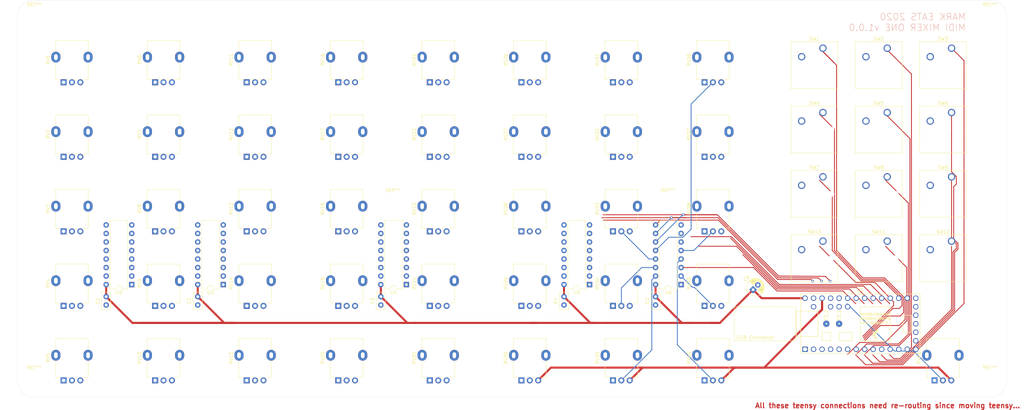
<source format=kicad_pcb>
(kicad_pcb (version 20171130) (host pcbnew "(5.1.5-0-10_14)")
  (title_block (title "MIDI Mixer One") (rev v1.0.0) (company "Mark Eats"))
  (layers (0 F.Cu signal) (31 B.Cu signal) (34 B.Paste user) (35 F.Paste user) (36 B.SilkS user) (37 F.SilkS user) (38 B.Mask user) (39 F.Mask user) (44 Edge.Cuts user))
  (net 0 "")
  (net 1 +5V)
  (net 2 GND)
  (net 3 +3V3)
  (net 4 "Net-(RV1-Pad2)")
  (net 5 "Net-(RV2-Pad2)")
  (net 6 "Net-(RV3-Pad2)")
  (net 7 "Net-(RV4-Pad2)")
  (net 8 "Net-(RV5-Pad2)")
  (net 9 "Net-(RV6-Pad2)")
  (net 10 "Net-(RV7-Pad2)")
  (net 11 "Net-(RV8-Pad2)")
  (net 12 "Net-(RV9-Pad2)")
  (net 13 "Net-(RV10-Pad2)")
  (net 14 "Net-(RV11-Pad2)")
  (net 15 "Net-(RV12-Pad2)")
  (net 16 "Net-(RV13-Pad2)")
  (net 17 "Net-(RV14-Pad2)")
  (net 18 "Net-(RV15-Pad2)")
  (net 19 "Net-(RV16-Pad2)")
  (net 20 "Net-(RV17-Pad2)")
  (net 21 "Net-(RV18-Pad2)")
  (net 22 "Net-(RV19-Pad2)")
  (net 23 "Net-(RV20-Pad2)")
  (net 24 "Net-(RV21-Pad2)")
  (net 25 "Net-(RV22-Pad2)")
  (net 26 "Net-(RV23-Pad2)")
  (net 27 "Net-(RV24-Pad2)")
  (net 28 "Net-(RV25-Pad2)")
  (net 29 "Net-(RV26-Pad2)")
  (net 30 "Net-(RV27-Pad2)")
  (net 31 "Net-(RV28-Pad2)")
  (net 32 "Net-(RV29-Pad2)")
  (net 33 "Net-(RV30-Pad2)")
  (net 34 "Net-(RV31-Pad2)")
  (net 35 "Net-(RV32-Pad2)")
  (net 36 "Net-(RV33-Pad2)")
  (net 37 "Net-(RV34-Pad2)")
  (net 38 "Net-(RV35-Pad2)")
  (net 39 "Net-(RV36-Pad2)")
  (net 40 "Net-(RV37-Pad2)")
  (net 41 "Net-(RV38-Pad2)")
  (net 42 "Net-(RV39-Pad2)")
  (net 43 "Net-(RV40-Pad2)")
  (net 44 /A5)
  (net 45 /D0)
  (net 46 /D1)
  (net 47 /D2)
  (net 48 /D3)
  (net 49 /D4)
  (net 50 /D5)
  (net 51 /D6)
  (net 52 /D7)
  (net 53 /D8)
  (net 54 /D9)
  (net 55 /D10)
  (net 56 /D11)
  (net 57 "Net-(U1-Pad37)")
  (net 58 "Net-(U1-Pad36)")
  (net 59 "Net-(U1-Pad35)")
  (net 60 "Net-(U1-Pad34)")
  (net 61 /S2)
  (net 62 /S1)
  (net 63 /S0)
  (net 64 /A4)
  (net 65 /A3)
  (net 66 /A2)
  (net 67 /A1)
  (net 68 /A0)
  (net 69 "Net-(U1-Pad14)")
  (net 70 "Net-(U1-Pad15)")
  (net 71 "Net-(U1-Pad16)")
  (net 72 "Net-(U1-Pad20)")
  (net 73 "Net-(U1-Pad19)")
  (net 74 "Net-(U1-Pad18)")
  (net 75 "Net-(U1-Pad27)")
  (module Capacitor_THT:C_Disc_D5.0mm_W2.5mm_P2.50mm (layer F.Cu) (at 170.815 152.781 90)
    (fp_text reference C3 (at 1.25 -2.5 90) (layer F.SilkS))
    (fp_text value 0.1uF)
    (pad 2 thru_hole circle (at 2.5 0 90) (size 1.6 1.6) (drill 0.8) (layers *.Cu *.Mask) (net 1 +5V))
    (pad 1 thru_hole circle (at 0 0 90) (size 1.6 1.6) (drill 0.8) (layers *.Cu *.Mask) (net 2 GND))
  )
  (module Capacitor_THT:C_Disc_D5.0mm_W2.5mm_P2.50mm (layer F.Cu) (at 116.205 152.781 90)
    (fp_text reference C2 (at 1.25 -2.5 90) (layer F.SilkS))
    (fp_text value 0.1uF)
    (pad 2 thru_hole circle (at 2.5 0 90) (size 1.6 1.6) (drill 0.8) (layers *.Cu *.Mask) (net 1 +5V))
    (pad 1 thru_hole circle (at 0 0 90) (size 1.6 1.6) (drill 0.8) (layers *.Cu *.Mask) (net 2 GND))
  )
  (module Capacitor_THT:C_Disc_D5.0mm_W2.5mm_P2.50mm (layer F.Cu) (at 88.9 152.781 90)
    (fp_text reference C1 (at 1.25 -2.5 90) (layer F.SilkS))
    (fp_text value 0.1uF)
    (pad 2 thru_hole circle (at 2.5 0 90) (size 1.6 1.6) (drill 0.8) (layers *.Cu *.Mask) (net 1 +5V))
    (pad 1 thru_hole circle (at 0 0 90) (size 1.6 1.6) (drill 0.8) (layers *.Cu *.Mask) (net 2 GND))
  )
  (module Capacitor_THT:C_Disc_D5.0mm_W2.5mm_P2.50mm (layer F.Cu) (at 252.73 152.781 90)
    (fp_text reference C5 (at 1.25 -2.5 90) (layer F.SilkS))
    (fp_text value 0.1uF)
    (pad 2 thru_hole circle (at 2.5 0 90) (size 1.6 1.6) (drill 0.8) (layers *.Cu *.Mask) (net 1 +5V))
    (pad 1 thru_hole circle (at 0 0 90) (size 1.6 1.6) (drill 0.8) (layers *.Cu *.Mask) (net 2 GND))
  )
  (module Capacitor_THT:C_Disc_D5.0mm_W2.5mm_P2.50mm (layer F.Cu) (at 225.425 152.781 90)
    (fp_text reference C4 (at 1.25 -2.5 90) (layer F.SilkS))
    (fp_text value 0.1uF)
    (pad 2 thru_hole circle (at 2.5 0 90) (size 1.6 1.6) (drill 0.8) (layers *.Cu *.Mask) (net 1 +5V))
    (pad 1 thru_hole circle (at 0 0 90) (size 1.6 1.6) (drill 0.8) (layers *.Cu *.Mask) (net 2 GND))
  )
  (module Capacitor_THT:CP_Radial_D5.0mm_P2.00mm (layer F.Cu) (at 281.813 148.209 45)
    (fp_text reference C6 (at 1 -3.75 45) (layer F.SilkS))
    (fp_text value 47uF)
    (pad 2 thru_hole circle (at 2 0 45) (size 1.6 1.6) (drill 0.8) (layers *.Cu *.Mask) (net 2 GND))
    (pad 1 thru_hole rect (at 0 0 45) (size 1.6 1.6) (drill 0.8) (layers *.Cu *.Mask) (net 1 +5V))
  )
  (module Teensy:Teensy30_31_32_LC (layer F.Cu) (at 313.817 158.369)
    (fp_text reference U1 (at 0 -10.16) (layer F.SilkS))
    (fp_text value Teensy-LC)
    (fp_text user T3.2 (at -10.16 -2.54 90) (layer F.SilkS))
    (fp_text user T3.1 (at -6.35 -2.54 90) (layer F.SilkS))
    (fp_text user MK20DX256VLH7 (at 4.445 -2.794) (layer F.SilkS) (effects (font (size 0.7 0.7))))
    (fp_text user MKL26Z64VFT4 (at 4.445 -0.254) (layer F.SilkS) (effects (font (size 0.7 0.7))))
    (fp_text user MK20DX128VLH5 (at 4.445 -1.524) (layer F.SilkS) (effects (font (size 0.7 0.7))))
    (pad 17 thru_hole circle (at 16.51 0) (size 1.6 1.6) (drill 1.1) (layers *.Cu *.Mask) (net 2 GND))
    (pad 18 thru_hole circle (at 16.51 -2.54) (size 1.6 1.6) (drill 1.1) (layers *.Cu *.Mask) (net 74 "Net-(U1-Pad18)"))
    (pad 19 thru_hole circle (at 16.51 -5.08) (size 1.6 1.6) (drill 1.1) (layers *.Cu *.Mask) (net 73 "Net-(U1-Pad19)"))
    (pad 20 thru_hole circle (at 16.51 -7.62) (size 1.6 1.6) (drill 1.1) (layers *.Cu *.Mask) (net 72 "Net-(U1-Pad20)"))
    (pad 16 thru_hole circle (at 16.51 2.54) (size 1.6 1.6) (drill 1.1) (layers *.Cu *.Mask) (net 71 "Net-(U1-Pad16)"))
    (pad 15 thru_hole circle (at 16.51 5.08) (size 1.6 1.6) (drill 1.1) (layers *.Cu *.Mask) (net 70 "Net-(U1-Pad15)"))
    (pad 14 thru_hole circle (at 16.51 7.62) (size 1.6 1.6) (drill 1.1) (layers *.Cu *.Mask) (net 69 "Net-(U1-Pad14)"))
    (pad 21 thru_hole circle (at 13.97 -7.62) (size 1.6 1.6) (drill 1.1) (layers *.Cu *.Mask) (net 68 /A0))
    (pad 22 thru_hole circle (at 11.43 -7.62) (size 1.6 1.6) (drill 1.1) (layers *.Cu *.Mask) (net 67 /A1))
    (pad 23 thru_hole circle (at 8.89 -7.62) (size 1.6 1.6) (drill 1.1) (layers *.Cu *.Mask) (net 66 /A2))
    (pad 24 thru_hole circle (at 6.35 -7.62) (size 1.6 1.6) (drill 1.1) (layers *.Cu *.Mask) (net 65 /A3))
    (pad 25 thru_hole circle (at 3.81 -7.62) (size 1.6 1.6) (drill 1.1) (layers *.Cu *.Mask) (net 64 /A4))
    (pad 26 thru_hole circle (at 1.27 -7.62) (size 1.6 1.6) (drill 1.1) (layers *.Cu *.Mask) (net 44 /A5))
    (pad 27 thru_hole circle (at -1.27 -7.62) (size 1.6 1.6) (drill 1.1) (layers *.Cu *.Mask) (net 75 "Net-(U1-Pad27)"))
    (pad 28 thru_hole circle (at -3.81 -7.62) (size 1.6 1.6) (drill 1.1) (layers *.Cu *.Mask) (net 63 /S0))
    (pad 29 thru_hole circle (at -6.35 -7.62) (size 1.6 1.6) (drill 1.1) (layers *.Cu *.Mask) (net 62 /S1))
    (pad 30 thru_hole circle (at -8.89 -7.62) (size 1.6 1.6) (drill 1.1) (layers *.Cu *.Mask) (net 61 /S2))
    (pad 31 thru_hole circle (at -11.43 -7.62) (size 1.6 1.6) (drill 1.1) (layers *.Cu *.Mask) (net 3 +3V3))
    (pad 32 thru_hole circle (at -13.97 -7.62) (size 1.6 1.6) (drill 1.1) (layers *.Cu *.Mask) (net 2 GND))
    (pad 33 thru_hole circle (at -16.51 -7.62) (size 1.6 1.6) (drill 1.1) (layers *.Cu *.Mask) (net 1 +5V))
    (pad 34 thru_hole circle (at -13.97 -5.08) (size 1.6 1.6) (drill 1.1) (layers *.Cu *.Mask) (net 60 "Net-(U1-Pad34)"))
    (pad 35 thru_hole circle (at -8.89 -5.08) (size 1.6 1.6) (drill 1.1) (layers *.Cu *.Mask) (net 59 "Net-(U1-Pad35)"))
    (pad 36 thru_hole circle (at -6.35 -5.08) (size 1.6 1.6) (drill 1.1) (layers *.Cu *.Mask) (net 58 "Net-(U1-Pad36)"))
    (pad 37 thru_hole circle (at -3.81 -5.08) (size 1.6 1.6) (drill 1.1) (layers *.Cu *.Mask) (net 57 "Net-(U1-Pad37)"))
    (pad 13 thru_hole circle (at 13.97 7.62) (size 1.6 1.6) (drill 1.1) (layers *.Cu *.Mask) (net 56 /D11))
    (pad 12 thru_hole circle (at 11.43 7.62) (size 1.6 1.6) (drill 1.1) (layers *.Cu *.Mask) (net 55 /D10))
    (pad 11 thru_hole circle (at 8.89 7.62) (size 1.6 1.6) (drill 1.1) (layers *.Cu *.Mask) (net 54 /D9))
    (pad 10 thru_hole circle (at 6.35 7.62) (size 1.6 1.6) (drill 1.1) (layers *.Cu *.Mask) (net 53 /D8))
    (pad 9 thru_hole circle (at 3.81 7.62) (size 1.6 1.6) (drill 1.1) (layers *.Cu *.Mask) (net 52 /D7))
    (pad 8 thru_hole circle (at 1.27 7.62) (size 1.6 1.6) (drill 1.1) (layers *.Cu *.Mask) (net 51 /D6))
    (pad 7 thru_hole circle (at -1.27 7.62) (size 1.6 1.6) (drill 1.1) (layers *.Cu *.Mask) (net 50 /D5))
    (pad 6 thru_hole circle (at -3.81 7.62) (size 1.6 1.6) (drill 1.1) (layers *.Cu *.Mask) (net 49 /D4))
    (pad 5 thru_hole circle (at -6.35 7.62) (size 1.6 1.6) (drill 1.1) (layers *.Cu *.Mask) (net 48 /D3))
    (pad 4 thru_hole circle (at -8.89 7.62) (size 1.6 1.6) (drill 1.1) (layers *.Cu *.Mask) (net 47 /D2))
    (pad 3 thru_hole circle (at -11.43 7.62) (size 1.6 1.6) (drill 1.1) (layers *.Cu *.Mask) (net 46 /D1))
    (pad 2 thru_hole circle (at -13.97 7.62) (size 1.6 1.6) (drill 1.1) (layers *.Cu *.Mask) (net 45 /D0))
    (pad 1 thru_hole rect (at -16.51 7.62) (size 1.6 1.6) (drill 1.1) (layers *.Cu *.Mask) (net 2 GND))
    (pad 52 thru_hole circle (at -6.35 0) (size 1.9 1.9) (drill 0.5) (layers *.Cu *.Mask))
    (pad 52 thru_hole circle (at -10.16 0) (size 1.9 1.9) (drill 0.5) (layers *.Cu *.Mask))
  )
  (module Package_DIP:DIP-16_W7.62mm (layer F.Cu) (at 233.045 146.685 180)
    (fp_text reference U5 (at 3.81 -2.33) (layer F.SilkS))
    (fp_text value 74HCT4051)
    (pad 16 thru_hole oval (at 7.62 0 180) (size 1.6 1.6) (drill 0.8) (layers *.Cu *.Mask) (net 1 +5V))
    (pad 8 thru_hole oval (at 0 17.78 180) (size 1.6 1.6) (drill 0.8) (layers *.Cu *.Mask) (net 2 GND))
    (pad 15 thru_hole oval (at 7.62 2.54 180) (size 1.6 1.6) (drill 0.8) (layers *.Cu *.Mask) (net 30 "Net-(RV27-Pad2)"))
    (pad 7 thru_hole oval (at 0 15.24 180) (size 1.6 1.6) (drill 0.8) (layers *.Cu *.Mask) (net 2 GND))
    (pad 14 thru_hole oval (at 7.62 5.08 180) (size 1.6 1.6) (drill 0.8) (layers *.Cu *.Mask) (net 29 "Net-(RV26-Pad2)"))
    (pad 6 thru_hole oval (at 0 12.7 180) (size 1.6 1.6) (drill 0.8) (layers *.Cu *.Mask) (net 2 GND))
    (pad 13 thru_hole oval (at 7.62 7.62 180) (size 1.6 1.6) (drill 0.8) (layers *.Cu *.Mask) (net 28 "Net-(RV25-Pad2)"))
    (pad 5 thru_hole oval (at 0 10.16 180) (size 1.6 1.6) (drill 0.8) (layers *.Cu *.Mask) (net 33 "Net-(RV30-Pad2)"))
    (pad 12 thru_hole oval (at 7.62 10.16 180) (size 1.6 1.6) (drill 0.8) (layers *.Cu *.Mask) (net 31 "Net-(RV28-Pad2)"))
    (pad 4 thru_hole oval (at 0 7.62 180) (size 1.6 1.6) (drill 0.8) (layers *.Cu *.Mask) (net 35 "Net-(RV32-Pad2)"))
    (pad 11 thru_hole oval (at 7.62 12.7 180) (size 1.6 1.6) (drill 0.8) (layers *.Cu *.Mask) (net 63 /S0))
    (pad 3 thru_hole oval (at 0 5.08 180) (size 1.6 1.6) (drill 0.8) (layers *.Cu *.Mask) (net 65 /A3))
    (pad 10 thru_hole oval (at 7.62 15.24 180) (size 1.6 1.6) (drill 0.8) (layers *.Cu *.Mask) (net 62 /S1))
    (pad 2 thru_hole oval (at 0 2.54 180) (size 1.6 1.6) (drill 0.8) (layers *.Cu *.Mask) (net 34 "Net-(RV31-Pad2)"))
    (pad 9 thru_hole oval (at 7.62 17.78 180) (size 1.6 1.6) (drill 0.8) (layers *.Cu *.Mask) (net 61 /S2))
    (pad 1 thru_hole rect (at 0 0 180) (size 1.6 1.6) (drill 0.8) (layers *.Cu *.Mask) (net 32 "Net-(RV29-Pad2)"))
  )
  (module MountingHole:MountingHole_2.7mm_M2.5 (layer F.Cu) (at 174.371 122.301)
    (fp_text reference REF** (at 0 -3.7) (layer F.SilkS))
    (fp_text value MountingHole_2.7mm_M2.5)
    (pad 1 np_thru_hole circle (at 0 0) (size 2.7 2.7) (drill 2.7) (layers *.Cu *.Mask))
  )
  (module MountingHole:MountingHole_2.7mm_M2.5 (layer F.Cu) (at 256.413 122.301)
    (fp_text reference REF** (at 0 -3.7) (layer F.SilkS))
    (fp_text value MountingHole_2.7mm_M2.5)
    (pad 1 np_thru_hole circle (at 0 0) (size 2.7 2.7) (drill 2.7) (layers *.Cu *.Mask))
  )
  (module MountingHole:MountingHole_2.7mm_M2.5 (layer F.Cu) (at 352.425 66.929)
    (fp_text reference REF** (at 0 -3.7) (layer F.SilkS))
    (fp_text value MountingHole_2.7mm_M2.5)
    (pad 1 np_thru_hole circle (at 0 0) (size 2.7 2.7) (drill 2.7) (layers *.Cu *.Mask))
  )
  (module MountingHole:MountingHole_2.7mm_M2.5 (layer F.Cu) (at 352.425 175.133)
    (fp_text reference REF** (at 0 -3.7) (layer F.SilkS))
    (fp_text value MountingHole_2.7mm_M2.5)
    (pad 1 np_thru_hole circle (at 0 0) (size 2.7 2.7) (drill 2.7) (layers *.Cu *.Mask))
  )
  (module MountingHole:MountingHole_2.7mm_M2.5 (layer F.Cu) (at 67.437 175.133)
    (fp_text reference REF** (at 0 -3.7) (layer F.SilkS))
    (fp_text value MountingHole_2.7mm_M2.5)
    (pad 1 np_thru_hole circle (at 0 0) (size 2.7 2.7) (drill 2.7) (layers *.Cu *.Mask))
  )
  (module MountingHole:MountingHole_2.7mm_M2.5 (layer F.Cu) (at 67.437 66.929)
    (fp_text reference REF** (at 0 -3.7) (layer F.SilkS))
    (fp_text value MountingHole_2.7mm_M2.5)
    (pad 1 np_thru_hole circle (at 0 0) (size 2.7 2.7) (drill 2.7) (layers *.Cu *.Mask))
  )
  (module Package_DIP:DIP-16_W7.62mm (layer F.Cu) (at 260.35 146.685 180)
    (fp_text reference U6 (at 3.81 -2.33) (layer F.SilkS))
    (fp_text value 74HCT4051)
    (pad 16 thru_hole oval (at 7.62 0 180) (size 1.6 1.6) (drill 0.8) (layers *.Cu *.Mask) (net 1 +5V))
    (pad 8 thru_hole oval (at 0 17.78 180) (size 1.6 1.6) (drill 0.8) (layers *.Cu *.Mask) (net 2 GND))
    (pad 15 thru_hole oval (at 7.62 2.54 180) (size 1.6 1.6) (drill 0.8) (layers *.Cu *.Mask) (net 38 "Net-(RV35-Pad2)"))
    (pad 7 thru_hole oval (at 0 15.24 180) (size 1.6 1.6) (drill 0.8) (layers *.Cu *.Mask) (net 2 GND))
    (pad 14 thru_hole oval (at 7.62 5.08 180) (size 1.6 1.6) (drill 0.8) (layers *.Cu *.Mask) (net 37 "Net-(RV34-Pad2)"))
    (pad 6 thru_hole oval (at 0 12.7 180) (size 1.6 1.6) (drill 0.8) (layers *.Cu *.Mask) (net 2 GND))
    (pad 13 thru_hole oval (at 7.62 7.62 180) (size 1.6 1.6) (drill 0.8) (layers *.Cu *.Mask) (net 36 "Net-(RV33-Pad2)"))
    (pad 5 thru_hole oval (at 0 10.16 180) (size 1.6 1.6) (drill 0.8) (layers *.Cu *.Mask) (net 41 "Net-(RV38-Pad2)"))
    (pad 12 thru_hole oval (at 7.62 10.16 180) (size 1.6 1.6) (drill 0.8) (layers *.Cu *.Mask) (net 39 "Net-(RV36-Pad2)"))
    (pad 4 thru_hole oval (at 0 7.62 180) (size 1.6 1.6) (drill 0.8) (layers *.Cu *.Mask) (net 43 "Net-(RV40-Pad2)"))
    (pad 11 thru_hole oval (at 7.62 12.7 180) (size 1.6 1.6) (drill 0.8) (layers *.Cu *.Mask) (net 63 /S0))
    (pad 3 thru_hole oval (at 0 5.08 180) (size 1.6 1.6) (drill 0.8) (layers *.Cu *.Mask) (net 64 /A4))
    (pad 10 thru_hole oval (at 7.62 15.24 180) (size 1.6 1.6) (drill 0.8) (layers *.Cu *.Mask) (net 62 /S1))
    (pad 2 thru_hole oval (at 0 2.54 180) (size 1.6 1.6) (drill 0.8) (layers *.Cu *.Mask) (net 42 "Net-(RV39-Pad2)"))
    (pad 9 thru_hole oval (at 7.62 17.78 180) (size 1.6 1.6) (drill 0.8) (layers *.Cu *.Mask) (net 61 /S2))
    (pad 1 thru_hole rect (at 0 0 180) (size 1.6 1.6) (drill 0.8) (layers *.Cu *.Mask) (net 40 "Net-(RV37-Pad2)"))
  )
  (module Button_Switch_Keyboard:SW_Cherry_MX_1.00u_PCB (layer F.Cu) (at 340.995 114.554)
    (fp_text reference SW9 (at -2.54 -2.794) (layer F.SilkS))
    (fp_text value SW_Push)
    (pad "" np_thru_hole circle (at 2.54 5.08) (size 1.7 1.7) (drill 1.7) (layers *.Cu *.Mask))
    (pad "" np_thru_hole circle (at -7.62 5.08) (size 1.7 1.7) (drill 1.7) (layers *.Cu *.Mask))
    (pad "" np_thru_hole circle (at -2.54 5.08) (size 4 4) (drill 4) (layers *.Cu *.Mask))
    (pad 2 thru_hole circle (at -6.35 2.54) (size 2.2 2.2) (drill 1.5) (layers *.Cu *.Mask) (net 2 GND))
    (pad 1 thru_hole circle (at 0 0) (size 2.2 2.2) (drill 1.5) (layers *.Cu *.Mask) (net 54 /D9))
  )
  (module Button_Switch_Keyboard:SW_Cherry_MX_1.00u_PCB (layer F.Cu) (at 321.818 133.731)
    (fp_text reference SW11 (at -2.54 -2.794) (layer F.SilkS))
    (fp_text value SW_Push)
    (pad "" np_thru_hole circle (at 2.54 5.08) (size 1.7 1.7) (drill 1.7) (layers *.Cu *.Mask))
    (pad "" np_thru_hole circle (at -7.62 5.08) (size 1.7 1.7) (drill 1.7) (layers *.Cu *.Mask))
    (pad "" np_thru_hole circle (at -2.54 5.08) (size 4 4) (drill 4) (layers *.Cu *.Mask))
    (pad 2 thru_hole circle (at -6.35 2.54) (size 2.2 2.2) (drill 1.5) (layers *.Cu *.Mask) (net 2 GND))
    (pad 1 thru_hole circle (at 0 0) (size 2.2 2.2) (drill 1.5) (layers *.Cu *.Mask) (net 49 /D4))
  )
  (module Button_Switch_Keyboard:SW_Cherry_MX_1.00u_PCB (layer F.Cu) (at 302.641 114.554)
    (fp_text reference SW7 (at -2.54 -2.794) (layer F.SilkS))
    (fp_text value SW_Push)
    (pad "" np_thru_hole circle (at 2.54 5.08) (size 1.7 1.7) (drill 1.7) (layers *.Cu *.Mask))
    (pad "" np_thru_hole circle (at -7.62 5.08) (size 1.7 1.7) (drill 1.7) (layers *.Cu *.Mask))
    (pad "" np_thru_hole circle (at -2.54 5.08) (size 4 4) (drill 4) (layers *.Cu *.Mask))
    (pad 2 thru_hole circle (at -6.35 2.54) (size 2.2 2.2) (drill 1.5) (layers *.Cu *.Mask) (net 2 GND))
    (pad 1 thru_hole circle (at 0 0) (size 2.2 2.2) (drill 1.5) (layers *.Cu *.Mask) (net 46 /D1))
  )
  (module Button_Switch_Keyboard:SW_Cherry_MX_1.00u_PCB (layer F.Cu) (at 302.641 133.731)
    (fp_text reference SW10 (at -2.54 -2.794) (layer F.SilkS))
    (fp_text value SW_Push)
    (pad "" np_thru_hole circle (at 2.54 5.08) (size 1.7 1.7) (drill 1.7) (layers *.Cu *.Mask))
    (pad "" np_thru_hole circle (at -7.62 5.08) (size 1.7 1.7) (drill 1.7) (layers *.Cu *.Mask))
    (pad "" np_thru_hole circle (at -2.54 5.08) (size 4 4) (drill 4) (layers *.Cu *.Mask))
    (pad 2 thru_hole circle (at -6.35 2.54) (size 2.2 2.2) (drill 1.5) (layers *.Cu *.Mask) (net 2 GND))
    (pad 1 thru_hole circle (at 0 0) (size 2.2 2.2) (drill 1.5) (layers *.Cu *.Mask) (net 45 /D0))
  )
  (module Potentiometer_THT:Potentiometer_Alpha_RD901F-40-00D_Single_Vertical (layer F.Cu) (at 158.115 175.26 90)
    (fp_text reference RV20 (at 6.71 -4.64 270) (layer F.SilkS))
    (fp_text value R_POT_US)
    (pad 1 thru_hole rect (at 0 0 180) (size 1.8 1.8) (drill 1) (layers *.Cu *.Mask) (net 2 GND))
    (pad 2 thru_hole circle (at 0 2.5 180) (size 1.8 1.8) (drill 1) (layers *.Cu *.Mask) (net 23 "Net-(RV20-Pad2)"))
    (pad 3 thru_hole circle (at 0 5 180) (size 1.8 1.8) (drill 1) (layers *.Cu *.Mask) (net 3 +3V3))
    (pad "" thru_hole oval (at 7.5 7.3 180) (size 2.72 3.24) (drill oval 1.1 1.8) (layers *.Cu *.Mask))
    (pad "" thru_hole oval (at 7.5 -2.3 180) (size 2.72 3.24) (drill oval 1.1 1.8) (layers *.Cu *.Mask))
  )
  (module Package_DIP:DIP-16_W7.62mm (layer F.Cu) (at 178.435 146.685 180)
    (fp_text reference U4 (at 3.81 -2.33) (layer F.SilkS))
    (fp_text value 74HCT4051)
    (pad 16 thru_hole oval (at 7.62 0 180) (size 1.6 1.6) (drill 0.8) (layers *.Cu *.Mask) (net 1 +5V))
    (pad 8 thru_hole oval (at 0 17.78 180) (size 1.6 1.6) (drill 0.8) (layers *.Cu *.Mask) (net 2 GND))
    (pad 15 thru_hole oval (at 7.62 2.54 180) (size 1.6 1.6) (drill 0.8) (layers *.Cu *.Mask) (net 22 "Net-(RV19-Pad2)"))
    (pad 7 thru_hole oval (at 0 15.24 180) (size 1.6 1.6) (drill 0.8) (layers *.Cu *.Mask) (net 2 GND))
    (pad 14 thru_hole oval (at 7.62 5.08 180) (size 1.6 1.6) (drill 0.8) (layers *.Cu *.Mask) (net 21 "Net-(RV18-Pad2)"))
    (pad 6 thru_hole oval (at 0 12.7 180) (size 1.6 1.6) (drill 0.8) (layers *.Cu *.Mask) (net 2 GND))
    (pad 13 thru_hole oval (at 7.62 7.62 180) (size 1.6 1.6) (drill 0.8) (layers *.Cu *.Mask) (net 20 "Net-(RV17-Pad2)"))
    (pad 5 thru_hole oval (at 0 10.16 180) (size 1.6 1.6) (drill 0.8) (layers *.Cu *.Mask) (net 25 "Net-(RV22-Pad2)"))
    (pad 12 thru_hole oval (at 7.62 10.16 180) (size 1.6 1.6) (drill 0.8) (layers *.Cu *.Mask) (net 23 "Net-(RV20-Pad2)"))
    (pad 4 thru_hole oval (at 0 7.62 180) (size 1.6 1.6) (drill 0.8) (layers *.Cu *.Mask) (net 27 "Net-(RV24-Pad2)"))
    (pad 11 thru_hole oval (at 7.62 12.7 180) (size 1.6 1.6) (drill 0.8) (layers *.Cu *.Mask) (net 63 /S0))
    (pad 3 thru_hole oval (at 0 5.08 180) (size 1.6 1.6) (drill 0.8) (layers *.Cu *.Mask) (net 66 /A2))
    (pad 10 thru_hole oval (at 7.62 15.24 180) (size 1.6 1.6) (drill 0.8) (layers *.Cu *.Mask) (net 62 /S1))
    (pad 2 thru_hole oval (at 0 2.54 180) (size 1.6 1.6) (drill 0.8) (layers *.Cu *.Mask) (net 26 "Net-(RV23-Pad2)"))
    (pad 9 thru_hole oval (at 7.62 17.78 180) (size 1.6 1.6) (drill 0.8) (layers *.Cu *.Mask) (net 61 /S2))
    (pad 1 thru_hole rect (at 0 0 180) (size 1.6 1.6) (drill 0.8) (layers *.Cu *.Mask) (net 24 "Net-(RV21-Pad2)"))
  )
  (module Package_DIP:DIP-16_W7.62mm (layer F.Cu) (at 123.825 146.685 180)
    (fp_text reference U3 (at 3.81 -2.33) (layer F.SilkS))
    (fp_text value 74HCT4051)
    (pad 16 thru_hole oval (at 7.62 0 180) (size 1.6 1.6) (drill 0.8) (layers *.Cu *.Mask) (net 1 +5V))
    (pad 8 thru_hole oval (at 0 17.78 180) (size 1.6 1.6) (drill 0.8) (layers *.Cu *.Mask) (net 2 GND))
    (pad 15 thru_hole oval (at 7.62 2.54 180) (size 1.6 1.6) (drill 0.8) (layers *.Cu *.Mask) (net 14 "Net-(RV11-Pad2)"))
    (pad 7 thru_hole oval (at 0 15.24 180) (size 1.6 1.6) (drill 0.8) (layers *.Cu *.Mask) (net 2 GND))
    (pad 14 thru_hole oval (at 7.62 5.08 180) (size 1.6 1.6) (drill 0.8) (layers *.Cu *.Mask) (net 13 "Net-(RV10-Pad2)"))
    (pad 6 thru_hole oval (at 0 12.7 180) (size 1.6 1.6) (drill 0.8) (layers *.Cu *.Mask) (net 2 GND))
    (pad 13 thru_hole oval (at 7.62 7.62 180) (size 1.6 1.6) (drill 0.8) (layers *.Cu *.Mask) (net 12 "Net-(RV9-Pad2)"))
    (pad 5 thru_hole oval (at 0 10.16 180) (size 1.6 1.6) (drill 0.8) (layers *.Cu *.Mask) (net 17 "Net-(RV14-Pad2)"))
    (pad 12 thru_hole oval (at 7.62 10.16 180) (size 1.6 1.6) (drill 0.8) (layers *.Cu *.Mask) (net 15 "Net-(RV12-Pad2)"))
    (pad 4 thru_hole oval (at 0 7.62 180) (size 1.6 1.6) (drill 0.8) (layers *.Cu *.Mask) (net 19 "Net-(RV16-Pad2)"))
    (pad 11 thru_hole oval (at 7.62 12.7 180) (size 1.6 1.6) (drill 0.8) (layers *.Cu *.Mask) (net 63 /S0))
    (pad 3 thru_hole oval (at 0 5.08 180) (size 1.6 1.6) (drill 0.8) (layers *.Cu *.Mask) (net 67 /A1))
    (pad 10 thru_hole oval (at 7.62 15.24 180) (size 1.6 1.6) (drill 0.8) (layers *.Cu *.Mask) (net 62 /S1))
    (pad 2 thru_hole oval (at 0 2.54 180) (size 1.6 1.6) (drill 0.8) (layers *.Cu *.Mask) (net 18 "Net-(RV15-Pad2)"))
    (pad 9 thru_hole oval (at 7.62 17.78 180) (size 1.6 1.6) (drill 0.8) (layers *.Cu *.Mask) (net 61 /S2))
    (pad 1 thru_hole rect (at 0 0 180) (size 1.6 1.6) (drill 0.8) (layers *.Cu *.Mask) (net 16 "Net-(RV13-Pad2)"))
  )
  (module Package_DIP:DIP-16_W7.62mm (layer F.Cu) (at 96.52 146.685 180)
    (fp_text reference U2 (at 3.81 -2.33) (layer F.SilkS))
    (fp_text value 74HCT4051)
    (pad 16 thru_hole oval (at 7.62 0 180) (size 1.6 1.6) (drill 0.8) (layers *.Cu *.Mask) (net 1 +5V))
    (pad 8 thru_hole oval (at 0 17.78 180) (size 1.6 1.6) (drill 0.8) (layers *.Cu *.Mask) (net 2 GND))
    (pad 15 thru_hole oval (at 7.62 2.54 180) (size 1.6 1.6) (drill 0.8) (layers *.Cu *.Mask) (net 6 "Net-(RV3-Pad2)"))
    (pad 7 thru_hole oval (at 0 15.24 180) (size 1.6 1.6) (drill 0.8) (layers *.Cu *.Mask) (net 2 GND))
    (pad 14 thru_hole oval (at 7.62 5.08 180) (size 1.6 1.6) (drill 0.8) (layers *.Cu *.Mask) (net 5 "Net-(RV2-Pad2)"))
    (pad 6 thru_hole oval (at 0 12.7 180) (size 1.6 1.6) (drill 0.8) (layers *.Cu *.Mask) (net 2 GND))
    (pad 13 thru_hole oval (at 7.62 7.62 180) (size 1.6 1.6) (drill 0.8) (layers *.Cu *.Mask) (net 4 "Net-(RV1-Pad2)"))
    (pad 5 thru_hole oval (at 0 10.16 180) (size 1.6 1.6) (drill 0.8) (layers *.Cu *.Mask) (net 9 "Net-(RV6-Pad2)"))
    (pad 12 thru_hole oval (at 7.62 10.16 180) (size 1.6 1.6) (drill 0.8) (layers *.Cu *.Mask) (net 7 "Net-(RV4-Pad2)"))
    (pad 4 thru_hole oval (at 0 7.62 180) (size 1.6 1.6) (drill 0.8) (layers *.Cu *.Mask) (net 11 "Net-(RV8-Pad2)"))
    (pad 11 thru_hole oval (at 7.62 12.7 180) (size 1.6 1.6) (drill 0.8) (layers *.Cu *.Mask) (net 63 /S0))
    (pad 3 thru_hole oval (at 0 5.08 180) (size 1.6 1.6) (drill 0.8) (layers *.Cu *.Mask) (net 68 /A0))
    (pad 10 thru_hole oval (at 7.62 15.24 180) (size 1.6 1.6) (drill 0.8) (layers *.Cu *.Mask) (net 62 /S1))
    (pad 2 thru_hole oval (at 0 2.54 180) (size 1.6 1.6) (drill 0.8) (layers *.Cu *.Mask) (net 10 "Net-(RV7-Pad2)"))
    (pad 9 thru_hole oval (at 7.62 17.78 180) (size 1.6 1.6) (drill 0.8) (layers *.Cu *.Mask) (net 61 /S2))
    (pad 1 thru_hole rect (at 0 0 180) (size 1.6 1.6) (drill 0.8) (layers *.Cu *.Mask) (net 8 "Net-(RV5-Pad2)"))
  )
  (module Button_Switch_Keyboard:SW_Cherry_MX_1.00u_PCB (layer F.Cu) (at 340.995 133.731)
    (fp_text reference SW12 (at -2.54 -2.794) (layer F.SilkS))
    (fp_text value SW_Push)
    (pad "" np_thru_hole circle (at 2.54 5.08) (size 1.7 1.7) (drill 1.7) (layers *.Cu *.Mask))
    (pad "" np_thru_hole circle (at -7.62 5.08) (size 1.7 1.7) (drill 1.7) (layers *.Cu *.Mask))
    (pad "" np_thru_hole circle (at -2.54 5.08) (size 4 4) (drill 4) (layers *.Cu *.Mask))
    (pad 2 thru_hole circle (at -6.35 2.54) (size 2.2 2.2) (drill 1.5) (layers *.Cu *.Mask) (net 2 GND))
    (pad 1 thru_hole circle (at 0 0) (size 2.2 2.2) (drill 1.5) (layers *.Cu *.Mask) (net 55 /D10))
  )
  (module Button_Switch_Keyboard:SW_Cherry_MX_1.00u_PCB (layer F.Cu) (at 321.818 114.554)
    (fp_text reference SW8 (at -2.54 -2.794) (layer F.SilkS))
    (fp_text value SW_Push)
    (pad "" np_thru_hole circle (at 2.54 5.08) (size 1.7 1.7) (drill 1.7) (layers *.Cu *.Mask))
    (pad "" np_thru_hole circle (at -7.62 5.08) (size 1.7 1.7) (drill 1.7) (layers *.Cu *.Mask))
    (pad "" np_thru_hole circle (at -2.54 5.08) (size 4 4) (drill 4) (layers *.Cu *.Mask))
    (pad 2 thru_hole circle (at -6.35 2.54) (size 2.2 2.2) (drill 1.5) (layers *.Cu *.Mask) (net 2 GND))
    (pad 1 thru_hole circle (at 0 0) (size 2.2 2.2) (drill 1.5) (layers *.Cu *.Mask) (net 50 /D5))
  )
  (module Button_Switch_Keyboard:SW_Cherry_MX_1.00u_PCB (layer F.Cu) (at 340.995 95.377)
    (fp_text reference SW6 (at -2.54 -2.794) (layer F.SilkS))
    (fp_text value SW_Push)
    (pad "" np_thru_hole circle (at 2.54 5.08) (size 1.7 1.7) (drill 1.7) (layers *.Cu *.Mask))
    (pad "" np_thru_hole circle (at -7.62 5.08) (size 1.7 1.7) (drill 1.7) (layers *.Cu *.Mask))
    (pad "" np_thru_hole circle (at -2.54 5.08) (size 4 4) (drill 4) (layers *.Cu *.Mask))
    (pad 2 thru_hole circle (at -6.35 2.54) (size 2.2 2.2) (drill 1.5) (layers *.Cu *.Mask) (net 2 GND))
    (pad 1 thru_hole circle (at 0 0) (size 2.2 2.2) (drill 1.5) (layers *.Cu *.Mask) (net 53 /D8))
  )
  (module Button_Switch_Keyboard:SW_Cherry_MX_1.00u_PCB (layer F.Cu) (at 321.818 95.377)
    (fp_text reference SW5 (at -2.54 -2.794) (layer F.SilkS))
    (fp_text value SW_Push)
    (pad "" np_thru_hole circle (at 2.54 5.08) (size 1.7 1.7) (drill 1.7) (layers *.Cu *.Mask))
    (pad "" np_thru_hole circle (at -7.62 5.08) (size 1.7 1.7) (drill 1.7) (layers *.Cu *.Mask))
    (pad "" np_thru_hole circle (at -2.54 5.08) (size 4 4) (drill 4) (layers *.Cu *.Mask))
    (pad 2 thru_hole circle (at -6.35 2.54) (size 2.2 2.2) (drill 1.5) (layers *.Cu *.Mask) (net 2 GND))
    (pad 1 thru_hole circle (at 0 0) (size 2.2 2.2) (drill 1.5) (layers *.Cu *.Mask) (net 51 /D6))
  )
  (module Button_Switch_Keyboard:SW_Cherry_MX_1.00u_PCB (layer F.Cu) (at 302.641 95.377)
    (fp_text reference SW4 (at -2.54 -2.794) (layer F.SilkS))
    (fp_text value SW_Push)
    (pad "" np_thru_hole circle (at 2.54 5.08) (size 1.7 1.7) (drill 1.7) (layers *.Cu *.Mask))
    (pad "" np_thru_hole circle (at -7.62 5.08) (size 1.7 1.7) (drill 1.7) (layers *.Cu *.Mask))
    (pad "" np_thru_hole circle (at -2.54 5.08) (size 4 4) (drill 4) (layers *.Cu *.Mask))
    (pad 2 thru_hole circle (at -6.35 2.54) (size 2.2 2.2) (drill 1.5) (layers *.Cu *.Mask) (net 2 GND))
    (pad 1 thru_hole circle (at 0 0) (size 2.2 2.2) (drill 1.5) (layers *.Cu *.Mask) (net 47 /D2))
  )
  (module Button_Switch_Keyboard:SW_Cherry_MX_1.00u_PCB (layer F.Cu) (at 340.995 76.2)
    (fp_text reference SW3 (at -2.54 -2.794) (layer F.SilkS))
    (fp_text value SW_Push)
    (pad "" np_thru_hole circle (at 2.54 5.08) (size 1.7 1.7) (drill 1.7) (layers *.Cu *.Mask))
    (pad "" np_thru_hole circle (at -7.62 5.08) (size 1.7 1.7) (drill 1.7) (layers *.Cu *.Mask))
    (pad "" np_thru_hole circle (at -2.54 5.08) (size 4 4) (drill 4) (layers *.Cu *.Mask))
    (pad 2 thru_hole circle (at -6.35 2.54) (size 2.2 2.2) (drill 1.5) (layers *.Cu *.Mask) (net 2 GND))
    (pad 1 thru_hole circle (at 0 0) (size 2.2 2.2) (drill 1.5) (layers *.Cu *.Mask) (net 52 /D7))
  )
  (module Button_Switch_Keyboard:SW_Cherry_MX_1.00u_PCB (layer F.Cu) (at 321.818 76.2)
    (fp_text reference SW2 (at -2.54 -2.794) (layer F.SilkS))
    (fp_text value SW_Push)
    (pad "" np_thru_hole circle (at 2.54 5.08) (size 1.7 1.7) (drill 1.7) (layers *.Cu *.Mask))
    (pad "" np_thru_hole circle (at -7.62 5.08) (size 1.7 1.7) (drill 1.7) (layers *.Cu *.Mask))
    (pad "" np_thru_hole circle (at -2.54 5.08) (size 4 4) (drill 4) (layers *.Cu *.Mask))
    (pad 2 thru_hole circle (at -6.35 2.54) (size 2.2 2.2) (drill 1.5) (layers *.Cu *.Mask) (net 2 GND))
    (pad 1 thru_hole circle (at 0 0) (size 2.2 2.2) (drill 1.5) (layers *.Cu *.Mask) (net 56 /D11))
  )
  (module Button_Switch_Keyboard:SW_Cherry_MX_1.00u_PCB (layer F.Cu) (at 302.641 76.2)
    (fp_text reference SW1 (at -2.54 -2.794) (layer F.SilkS))
    (fp_text value SW_Push)
    (pad "" np_thru_hole circle (at 2.54 5.08) (size 1.7 1.7) (drill 1.7) (layers *.Cu *.Mask))
    (pad "" np_thru_hole circle (at -7.62 5.08) (size 1.7 1.7) (drill 1.7) (layers *.Cu *.Mask))
    (pad "" np_thru_hole circle (at -2.54 5.08) (size 4 4) (drill 4) (layers *.Cu *.Mask))
    (pad 2 thru_hole circle (at -6.35 2.54) (size 2.2 2.2) (drill 1.5) (layers *.Cu *.Mask) (net 2 GND))
    (pad 1 thru_hole circle (at 0 0) (size 2.2 2.2) (drill 1.5) (layers *.Cu *.Mask) (net 48 /D3))
  )
  (module Potentiometer_THT:Potentiometer_Alpha_RD901F-40-00D_Single_Vertical (layer F.Cu) (at 335.915 175.26 90)
    (fp_text reference RV41 (at 6.71 -4.64 270) (layer F.SilkS))
    (fp_text value R_POT_US)
    (pad "" thru_hole oval (at 7.5 -2.3 180) (size 2.72 3.24) (drill oval 1.1 1.8) (layers *.Cu *.Mask))
    (pad "" thru_hole oval (at 7.5 7.3 180) (size 2.72 3.24) (drill oval 1.1 1.8) (layers *.Cu *.Mask))
    (pad 3 thru_hole circle (at 0 5 180) (size 1.8 1.8) (drill 1) (layers *.Cu *.Mask) (net 3 +3V3))
    (pad 2 thru_hole circle (at 0 2.5 180) (size 1.8 1.8) (drill 1) (layers *.Cu *.Mask) (net 44 /A5))
    (pad 1 thru_hole rect (at 0 0 180) (size 1.8 1.8) (drill 1) (layers *.Cu *.Mask) (net 2 GND))
  )
  (module Potentiometer_THT:Potentiometer_Alpha_RD901F-40-00D_Single_Vertical (layer F.Cu) (at 267.335 175.26 90)
    (fp_text reference RV40 (at 6.71 -4.64 270) (layer F.SilkS))
    (fp_text value R_POT_US)
    (pad 1 thru_hole rect (at 0 0 180) (size 1.8 1.8) (drill 1) (layers *.Cu *.Mask) (net 2 GND))
    (pad 2 thru_hole circle (at 0 2.5 180) (size 1.8 1.8) (drill 1) (layers *.Cu *.Mask) (net 43 "Net-(RV40-Pad2)"))
    (pad 3 thru_hole circle (at 0 5 180) (size 1.8 1.8) (drill 1) (layers *.Cu *.Mask) (net 3 +3V3))
    (pad "" thru_hole oval (at 7.5 7.3 180) (size 2.72 3.24) (drill oval 1.1 1.8) (layers *.Cu *.Mask))
    (pad "" thru_hole oval (at 7.5 -2.3 180) (size 2.72 3.24) (drill oval 1.1 1.8) (layers *.Cu *.Mask))
  )
  (module Potentiometer_THT:Potentiometer_Alpha_RD901F-40-00D_Single_Vertical (layer F.Cu) (at 267.335 153.035 90)
    (fp_text reference RV39 (at 6.71 -4.64 270) (layer F.SilkS))
    (fp_text value R_POT_US)
    (pad 1 thru_hole rect (at 0 0 180) (size 1.8 1.8) (drill 1) (layers *.Cu *.Mask) (net 2 GND))
    (pad 2 thru_hole circle (at 0 2.5 180) (size 1.8 1.8) (drill 1) (layers *.Cu *.Mask) (net 42 "Net-(RV39-Pad2)"))
    (pad 3 thru_hole circle (at 0 5 180) (size 1.8 1.8) (drill 1) (layers *.Cu *.Mask) (net 3 +3V3))
    (pad "" thru_hole oval (at 7.5 7.3 180) (size 2.72 3.24) (drill oval 1.1 1.8) (layers *.Cu *.Mask))
    (pad "" thru_hole oval (at 7.5 -2.3 180) (size 2.72 3.24) (drill oval 1.1 1.8) (layers *.Cu *.Mask))
  )
  (module Potentiometer_THT:Potentiometer_Alpha_RD901F-40-00D_Single_Vertical (layer F.Cu) (at 267.335 130.81 90)
    (fp_text reference RV38 (at 6.71 -4.64 270) (layer F.SilkS))
    (fp_text value R_POT_US)
    (pad 1 thru_hole rect (at 0 0 180) (size 1.8 1.8) (drill 1) (layers *.Cu *.Mask) (net 2 GND))
    (pad 2 thru_hole circle (at 0 2.5 180) (size 1.8 1.8) (drill 1) (layers *.Cu *.Mask) (net 41 "Net-(RV38-Pad2)"))
    (pad 3 thru_hole circle (at 0 5 180) (size 1.8 1.8) (drill 1) (layers *.Cu *.Mask) (net 3 +3V3))
    (pad "" thru_hole oval (at 7.5 7.3 180) (size 2.72 3.24) (drill oval 1.1 1.8) (layers *.Cu *.Mask))
    (pad "" thru_hole oval (at 7.5 -2.3 180) (size 2.72 3.24) (drill oval 1.1 1.8) (layers *.Cu *.Mask))
  )
  (module Potentiometer_THT:Potentiometer_Alpha_RD901F-40-00D_Single_Vertical (layer F.Cu) (at 267.335 108.585 90)
    (fp_text reference RV37 (at 6.71 -4.64 270) (layer F.SilkS))
    (fp_text value R_POT_US)
    (pad 1 thru_hole rect (at 0 0 180) (size 1.8 1.8) (drill 1) (layers *.Cu *.Mask) (net 2 GND))
    (pad 2 thru_hole circle (at 0 2.5 180) (size 1.8 1.8) (drill 1) (layers *.Cu *.Mask) (net 40 "Net-(RV37-Pad2)"))
    (pad 3 thru_hole circle (at 0 5 180) (size 1.8 1.8) (drill 1) (layers *.Cu *.Mask) (net 3 +3V3))
    (pad "" thru_hole oval (at 7.5 7.3 180) (size 2.72 3.24) (drill oval 1.1 1.8) (layers *.Cu *.Mask))
    (pad "" thru_hole oval (at 7.5 -2.3 180) (size 2.72 3.24) (drill oval 1.1 1.8) (layers *.Cu *.Mask))
  )
  (module Potentiometer_THT:Potentiometer_Alpha_RD901F-40-00D_Single_Vertical (layer F.Cu) (at 267.335 86.36 90)
    (fp_text reference RV36 (at 6.71 -4.64 270) (layer F.SilkS))
    (fp_text value R_POT_US)
    (pad 1 thru_hole rect (at 0 0 180) (size 1.8 1.8) (drill 1) (layers *.Cu *.Mask) (net 2 GND))
    (pad 2 thru_hole circle (at 0 2.5 180) (size 1.8 1.8) (drill 1) (layers *.Cu *.Mask) (net 39 "Net-(RV36-Pad2)"))
    (pad 3 thru_hole circle (at 0 5 180) (size 1.8 1.8) (drill 1) (layers *.Cu *.Mask) (net 3 +3V3))
    (pad "" thru_hole oval (at 7.5 7.3 180) (size 2.72 3.24) (drill oval 1.1 1.8) (layers *.Cu *.Mask))
    (pad "" thru_hole oval (at 7.5 -2.3 180) (size 2.72 3.24) (drill oval 1.1 1.8) (layers *.Cu *.Mask))
  )
  (module Potentiometer_THT:Potentiometer_Alpha_RD901F-40-00D_Single_Vertical (layer F.Cu) (at 240.03 175.26 90)
    (fp_text reference RV35 (at 6.71 -4.64 270) (layer F.SilkS))
    (fp_text value R_POT_US)
    (pad 1 thru_hole rect (at 0 0 180) (size 1.8 1.8) (drill 1) (layers *.Cu *.Mask) (net 2 GND))
    (pad 2 thru_hole circle (at 0 2.5 180) (size 1.8 1.8) (drill 1) (layers *.Cu *.Mask) (net 38 "Net-(RV35-Pad2)"))
    (pad 3 thru_hole circle (at 0 5 180) (size 1.8 1.8) (drill 1) (layers *.Cu *.Mask) (net 3 +3V3))
    (pad "" thru_hole oval (at 7.5 7.3 180) (size 2.72 3.24) (drill oval 1.1 1.8) (layers *.Cu *.Mask))
    (pad "" thru_hole oval (at 7.5 -2.3 180) (size 2.72 3.24) (drill oval 1.1 1.8) (layers *.Cu *.Mask))
  )
  (module Potentiometer_THT:Potentiometer_Alpha_RD901F-40-00D_Single_Vertical (layer F.Cu) (at 240.03 153.035 90)
    (fp_text reference RV34 (at 6.71 -4.64 270) (layer F.SilkS))
    (fp_text value R_POT_US)
    (pad 1 thru_hole rect (at 0 0 180) (size 1.8 1.8) (drill 1) (layers *.Cu *.Mask) (net 2 GND))
    (pad 2 thru_hole circle (at 0 2.5 180) (size 1.8 1.8) (drill 1) (layers *.Cu *.Mask) (net 37 "Net-(RV34-Pad2)"))
    (pad 3 thru_hole circle (at 0 5 180) (size 1.8 1.8) (drill 1) (layers *.Cu *.Mask) (net 3 +3V3))
    (pad "" thru_hole oval (at 7.5 7.3 180) (size 2.72 3.24) (drill oval 1.1 1.8) (layers *.Cu *.Mask))
    (pad "" thru_hole oval (at 7.5 -2.3 180) (size 2.72 3.24) (drill oval 1.1 1.8) (layers *.Cu *.Mask))
  )
  (module Potentiometer_THT:Potentiometer_Alpha_RD901F-40-00D_Single_Vertical (layer F.Cu) (at 240.03 130.81 90)
    (fp_text reference RV33 (at 6.71 -4.64 270) (layer F.SilkS))
    (fp_text value R_POT_US)
    (pad 1 thru_hole rect (at 0 0 180) (size 1.8 1.8) (drill 1) (layers *.Cu *.Mask) (net 2 GND))
    (pad 2 thru_hole circle (at 0 2.5 180) (size 1.8 1.8) (drill 1) (layers *.Cu *.Mask) (net 36 "Net-(RV33-Pad2)"))
    (pad 3 thru_hole circle (at 0 5 180) (size 1.8 1.8) (drill 1) (layers *.Cu *.Mask) (net 3 +3V3))
    (pad "" thru_hole oval (at 7.5 7.3 180) (size 2.72 3.24) (drill oval 1.1 1.8) (layers *.Cu *.Mask))
    (pad "" thru_hole oval (at 7.5 -2.3 180) (size 2.72 3.24) (drill oval 1.1 1.8) (layers *.Cu *.Mask))
  )
  (module Potentiometer_THT:Potentiometer_Alpha_RD901F-40-00D_Single_Vertical (layer F.Cu) (at 240.03 108.585 90)
    (fp_text reference RV32 (at 6.71 -4.64 270) (layer F.SilkS))
    (fp_text value R_POT_US)
    (pad 1 thru_hole rect (at 0 0 180) (size 1.8 1.8) (drill 1) (layers *.Cu *.Mask) (net 2 GND))
    (pad 2 thru_hole circle (at 0 2.5 180) (size 1.8 1.8) (drill 1) (layers *.Cu *.Mask) (net 35 "Net-(RV32-Pad2)"))
    (pad 3 thru_hole circle (at 0 5 180) (size 1.8 1.8) (drill 1) (layers *.Cu *.Mask) (net 3 +3V3))
    (pad "" thru_hole oval (at 7.5 7.3 180) (size 2.72 3.24) (drill oval 1.1 1.8) (layers *.Cu *.Mask))
    (pad "" thru_hole oval (at 7.5 -2.3 180) (size 2.72 3.24) (drill oval 1.1 1.8) (layers *.Cu *.Mask))
  )
  (module Potentiometer_THT:Potentiometer_Alpha_RD901F-40-00D_Single_Vertical (layer F.Cu) (at 240.03 86.36 90)
    (fp_text reference RV31 (at 6.71 -4.64 270) (layer F.SilkS))
    (fp_text value R_POT_US)
    (pad 1 thru_hole rect (at 0 0 180) (size 1.8 1.8) (drill 1) (layers *.Cu *.Mask) (net 2 GND))
    (pad 2 thru_hole circle (at 0 2.5 180) (size 1.8 1.8) (drill 1) (layers *.Cu *.Mask) (net 34 "Net-(RV31-Pad2)"))
    (pad 3 thru_hole circle (at 0 5 180) (size 1.8 1.8) (drill 1) (layers *.Cu *.Mask) (net 3 +3V3))
    (pad "" thru_hole oval (at 7.5 7.3 180) (size 2.72 3.24) (drill oval 1.1 1.8) (layers *.Cu *.Mask))
    (pad "" thru_hole oval (at 7.5 -2.3 180) (size 2.72 3.24) (drill oval 1.1 1.8) (layers *.Cu *.Mask))
  )
  (module Potentiometer_THT:Potentiometer_Alpha_RD901F-40-00D_Single_Vertical (layer F.Cu) (at 212.725 175.26 90)
    (fp_text reference RV30 (at 6.71 -4.64 270) (layer F.SilkS))
    (fp_text value R_POT_US)
    (pad 1 thru_hole rect (at 0 0 180) (size 1.8 1.8) (drill 1) (layers *.Cu *.Mask) (net 2 GND))
    (pad 2 thru_hole circle (at 0 2.5 180) (size 1.8 1.8) (drill 1) (layers *.Cu *.Mask) (net 33 "Net-(RV30-Pad2)"))
    (pad 3 thru_hole circle (at 0 5 180) (size 1.8 1.8) (drill 1) (layers *.Cu *.Mask) (net 3 +3V3))
    (pad "" thru_hole oval (at 7.5 7.3 180) (size 2.72 3.24) (drill oval 1.1 1.8) (layers *.Cu *.Mask))
    (pad "" thru_hole oval (at 7.5 -2.3 180) (size 2.72 3.24) (drill oval 1.1 1.8) (layers *.Cu *.Mask))
  )
  (module Potentiometer_THT:Potentiometer_Alpha_RD901F-40-00D_Single_Vertical (layer F.Cu) (at 212.725 153.035 90)
    (fp_text reference RV29 (at 6.71 -4.64 270) (layer F.SilkS))
    (fp_text value R_POT_US)
    (pad 1 thru_hole rect (at 0 0 180) (size 1.8 1.8) (drill 1) (layers *.Cu *.Mask) (net 2 GND))
    (pad 2 thru_hole circle (at 0 2.5 180) (size 1.8 1.8) (drill 1) (layers *.Cu *.Mask) (net 32 "Net-(RV29-Pad2)"))
    (pad 3 thru_hole circle (at 0 5 180) (size 1.8 1.8) (drill 1) (layers *.Cu *.Mask) (net 3 +3V3))
    (pad "" thru_hole oval (at 7.5 7.3 180) (size 2.72 3.24) (drill oval 1.1 1.8) (layers *.Cu *.Mask))
    (pad "" thru_hole oval (at 7.5 -2.3 180) (size 2.72 3.24) (drill oval 1.1 1.8) (layers *.Cu *.Mask))
  )
  (module Potentiometer_THT:Potentiometer_Alpha_RD901F-40-00D_Single_Vertical (layer F.Cu) (at 212.725 130.81 90)
    (fp_text reference RV28 (at 6.71 -4.64 270) (layer F.SilkS))
    (fp_text value R_POT_US)
    (pad 1 thru_hole rect (at 0 0 180) (size 1.8 1.8) (drill 1) (layers *.Cu *.Mask) (net 2 GND))
    (pad 2 thru_hole circle (at 0 2.5 180) (size 1.8 1.8) (drill 1) (layers *.Cu *.Mask) (net 31 "Net-(RV28-Pad2)"))
    (pad 3 thru_hole circle (at 0 5 180) (size 1.8 1.8) (drill 1) (layers *.Cu *.Mask) (net 3 +3V3))
    (pad "" thru_hole oval (at 7.5 7.3 180) (size 2.72 3.24) (drill oval 1.1 1.8) (layers *.Cu *.Mask))
    (pad "" thru_hole oval (at 7.5 -2.3 180) (size 2.72 3.24) (drill oval 1.1 1.8) (layers *.Cu *.Mask))
  )
  (module Potentiometer_THT:Potentiometer_Alpha_RD901F-40-00D_Single_Vertical (layer F.Cu) (at 212.725 108.585 90)
    (fp_text reference RV27 (at 6.71 -4.64 270) (layer F.SilkS))
    (fp_text value R_POT_US)
    (pad 1 thru_hole rect (at 0 0 180) (size 1.8 1.8) (drill 1) (layers *.Cu *.Mask) (net 2 GND))
    (pad 2 thru_hole circle (at 0 2.5 180) (size 1.8 1.8) (drill 1) (layers *.Cu *.Mask) (net 30 "Net-(RV27-Pad2)"))
    (pad 3 thru_hole circle (at 0 5 180) (size 1.8 1.8) (drill 1) (layers *.Cu *.Mask) (net 3 +3V3))
    (pad "" thru_hole oval (at 7.5 7.3 180) (size 2.72 3.24) (drill oval 1.1 1.8) (layers *.Cu *.Mask))
    (pad "" thru_hole oval (at 7.5 -2.3 180) (size 2.72 3.24) (drill oval 1.1 1.8) (layers *.Cu *.Mask))
  )
  (module Potentiometer_THT:Potentiometer_Alpha_RD901F-40-00D_Single_Vertical (layer F.Cu) (at 212.725 86.36 90)
    (fp_text reference RV26 (at 6.71 -4.64 270) (layer F.SilkS))
    (fp_text value R_POT_US)
    (pad 1 thru_hole rect (at 0 0 180) (size 1.8 1.8) (drill 1) (layers *.Cu *.Mask) (net 2 GND))
    (pad 2 thru_hole circle (at 0 2.5 180) (size 1.8 1.8) (drill 1) (layers *.Cu *.Mask) (net 29 "Net-(RV26-Pad2)"))
    (pad 3 thru_hole circle (at 0 5 180) (size 1.8 1.8) (drill 1) (layers *.Cu *.Mask) (net 3 +3V3))
    (pad "" thru_hole oval (at 7.5 7.3 180) (size 2.72 3.24) (drill oval 1.1 1.8) (layers *.Cu *.Mask))
    (pad "" thru_hole oval (at 7.5 -2.3 180) (size 2.72 3.24) (drill oval 1.1 1.8) (layers *.Cu *.Mask))
  )
  (module Potentiometer_THT:Potentiometer_Alpha_RD901F-40-00D_Single_Vertical (layer F.Cu) (at 185.42 175.26 90)
    (fp_text reference RV25 (at 6.71 -4.64 270) (layer F.SilkS))
    (fp_text value R_POT_US)
    (pad 1 thru_hole rect (at 0 0 180) (size 1.8 1.8) (drill 1) (layers *.Cu *.Mask) (net 2 GND))
    (pad 2 thru_hole circle (at 0 2.5 180) (size 1.8 1.8) (drill 1) (layers *.Cu *.Mask) (net 28 "Net-(RV25-Pad2)"))
    (pad 3 thru_hole circle (at 0 5 180) (size 1.8 1.8) (drill 1) (layers *.Cu *.Mask) (net 3 +3V3))
    (pad "" thru_hole oval (at 7.5 7.3 180) (size 2.72 3.24) (drill oval 1.1 1.8) (layers *.Cu *.Mask))
    (pad "" thru_hole oval (at 7.5 -2.3 180) (size 2.72 3.24) (drill oval 1.1 1.8) (layers *.Cu *.Mask))
  )
  (module Potentiometer_THT:Potentiometer_Alpha_RD901F-40-00D_Single_Vertical (layer F.Cu) (at 185.42 153.035 90)
    (fp_text reference RV24 (at 6.71 -4.64 270) (layer F.SilkS))
    (fp_text value R_POT_US)
    (pad 1 thru_hole rect (at 0 0 180) (size 1.8 1.8) (drill 1) (layers *.Cu *.Mask) (net 2 GND))
    (pad 2 thru_hole circle (at 0 2.5 180) (size 1.8 1.8) (drill 1) (layers *.Cu *.Mask) (net 27 "Net-(RV24-Pad2)"))
    (pad 3 thru_hole circle (at 0 5 180) (size 1.8 1.8) (drill 1) (layers *.Cu *.Mask) (net 3 +3V3))
    (pad "" thru_hole oval (at 7.5 7.3 180) (size 2.72 3.24) (drill oval 1.1 1.8) (layers *.Cu *.Mask))
    (pad "" thru_hole oval (at 7.5 -2.3 180) (size 2.72 3.24) (drill oval 1.1 1.8) (layers *.Cu *.Mask))
  )
  (module Potentiometer_THT:Potentiometer_Alpha_RD901F-40-00D_Single_Vertical (layer F.Cu) (at 185.42 130.81 90)
    (fp_text reference RV23 (at 6.71 -4.64 270) (layer F.SilkS))
    (fp_text value R_POT_US)
    (pad 1 thru_hole rect (at 0 0 180) (size 1.8 1.8) (drill 1) (layers *.Cu *.Mask) (net 2 GND))
    (pad 2 thru_hole circle (at 0 2.5 180) (size 1.8 1.8) (drill 1) (layers *.Cu *.Mask) (net 26 "Net-(RV23-Pad2)"))
    (pad 3 thru_hole circle (at 0 5 180) (size 1.8 1.8) (drill 1) (layers *.Cu *.Mask) (net 3 +3V3))
    (pad "" thru_hole oval (at 7.5 7.3 180) (size 2.72 3.24) (drill oval 1.1 1.8) (layers *.Cu *.Mask))
    (pad "" thru_hole oval (at 7.5 -2.3 180) (size 2.72 3.24) (drill oval 1.1 1.8) (layers *.Cu *.Mask))
  )
  (module Potentiometer_THT:Potentiometer_Alpha_RD901F-40-00D_Single_Vertical (layer F.Cu) (at 185.42 108.585 90)
    (fp_text reference RV22 (at 6.71 -4.64 270) (layer F.SilkS))
    (fp_text value R_POT_US)
    (pad 1 thru_hole rect (at 0 0 180) (size 1.8 1.8) (drill 1) (layers *.Cu *.Mask) (net 2 GND))
    (pad 2 thru_hole circle (at 0 2.5 180) (size 1.8 1.8) (drill 1) (layers *.Cu *.Mask) (net 25 "Net-(RV22-Pad2)"))
    (pad 3 thru_hole circle (at 0 5 180) (size 1.8 1.8) (drill 1) (layers *.Cu *.Mask) (net 3 +3V3))
    (pad "" thru_hole oval (at 7.5 7.3 180) (size 2.72 3.24) (drill oval 1.1 1.8) (layers *.Cu *.Mask))
    (pad "" thru_hole oval (at 7.5 -2.3 180) (size 2.72 3.24) (drill oval 1.1 1.8) (layers *.Cu *.Mask))
  )
  (module Potentiometer_THT:Potentiometer_Alpha_RD901F-40-00D_Single_Vertical (layer F.Cu) (at 185.42 86.36 90)
    (fp_text reference RV21 (at 6.71 -4.64 270) (layer F.SilkS))
    (fp_text value R_POT_US)
    (pad 1 thru_hole rect (at 0 0 180) (size 1.8 1.8) (drill 1) (layers *.Cu *.Mask) (net 2 GND))
    (pad 2 thru_hole circle (at 0 2.5 180) (size 1.8 1.8) (drill 1) (layers *.Cu *.Mask) (net 24 "Net-(RV21-Pad2)"))
    (pad 3 thru_hole circle (at 0 5 180) (size 1.8 1.8) (drill 1) (layers *.Cu *.Mask) (net 3 +3V3))
    (pad "" thru_hole oval (at 7.5 7.3 180) (size 2.72 3.24) (drill oval 1.1 1.8) (layers *.Cu *.Mask))
    (pad "" thru_hole oval (at 7.5 -2.3 180) (size 2.72 3.24) (drill oval 1.1 1.8) (layers *.Cu *.Mask))
  )
  (module Potentiometer_THT:Potentiometer_Alpha_RD901F-40-00D_Single_Vertical (layer F.Cu) (at 158.115 153.035 90)
    (fp_text reference RV19 (at 6.71 -4.64 270) (layer F.SilkS))
    (fp_text value R_POT_US)
    (pad 1 thru_hole rect (at 0 0 180) (size 1.8 1.8) (drill 1) (layers *.Cu *.Mask) (net 2 GND))
    (pad 2 thru_hole circle (at 0 2.5 180) (size 1.8 1.8) (drill 1) (layers *.Cu *.Mask) (net 22 "Net-(RV19-Pad2)"))
    (pad 3 thru_hole circle (at 0 5 180) (size 1.8 1.8) (drill 1) (layers *.Cu *.Mask) (net 3 +3V3))
    (pad "" thru_hole oval (at 7.5 7.3 180) (size 2.72 3.24) (drill oval 1.1 1.8) (layers *.Cu *.Mask))
    (pad "" thru_hole oval (at 7.5 -2.3 180) (size 2.72 3.24) (drill oval 1.1 1.8) (layers *.Cu *.Mask))
  )
  (module Potentiometer_THT:Potentiometer_Alpha_RD901F-40-00D_Single_Vertical (layer F.Cu) (at 158.115 130.81 90)
    (fp_text reference RV18 (at 6.71 -4.64 270) (layer F.SilkS))
    (fp_text value R_POT_US)
    (pad 1 thru_hole rect (at 0 0 180) (size 1.8 1.8) (drill 1) (layers *.Cu *.Mask) (net 2 GND))
    (pad 2 thru_hole circle (at 0 2.5 180) (size 1.8 1.8) (drill 1) (layers *.Cu *.Mask) (net 21 "Net-(RV18-Pad2)"))
    (pad 3 thru_hole circle (at 0 5 180) (size 1.8 1.8) (drill 1) (layers *.Cu *.Mask) (net 3 +3V3))
    (pad "" thru_hole oval (at 7.5 7.3 180) (size 2.72 3.24) (drill oval 1.1 1.8) (layers *.Cu *.Mask))
    (pad "" thru_hole oval (at 7.5 -2.3 180) (size 2.72 3.24) (drill oval 1.1 1.8) (layers *.Cu *.Mask))
  )
  (module Potentiometer_THT:Potentiometer_Alpha_RD901F-40-00D_Single_Vertical (layer F.Cu) (at 158.115 108.585 90)
    (fp_text reference RV17 (at 6.71 -4.64 270) (layer F.SilkS))
    (fp_text value R_POT_US)
    (pad 1 thru_hole rect (at 0 0 180) (size 1.8 1.8) (drill 1) (layers *.Cu *.Mask) (net 2 GND))
    (pad 2 thru_hole circle (at 0 2.5 180) (size 1.8 1.8) (drill 1) (layers *.Cu *.Mask) (net 20 "Net-(RV17-Pad2)"))
    (pad 3 thru_hole circle (at 0 5 180) (size 1.8 1.8) (drill 1) (layers *.Cu *.Mask) (net 3 +3V3))
    (pad "" thru_hole oval (at 7.5 7.3 180) (size 2.72 3.24) (drill oval 1.1 1.8) (layers *.Cu *.Mask))
    (pad "" thru_hole oval (at 7.5 -2.3 180) (size 2.72 3.24) (drill oval 1.1 1.8) (layers *.Cu *.Mask))
  )
  (module Potentiometer_THT:Potentiometer_Alpha_RD901F-40-00D_Single_Vertical (layer F.Cu) (at 158.115 86.36 90)
    (fp_text reference RV16 (at 6.71 -4.64 270) (layer F.SilkS))
    (fp_text value R_POT_US)
    (pad 1 thru_hole rect (at 0 0 180) (size 1.8 1.8) (drill 1) (layers *.Cu *.Mask) (net 2 GND))
    (pad 2 thru_hole circle (at 0 2.5 180) (size 1.8 1.8) (drill 1) (layers *.Cu *.Mask) (net 19 "Net-(RV16-Pad2)"))
    (pad 3 thru_hole circle (at 0 5 180) (size 1.8 1.8) (drill 1) (layers *.Cu *.Mask) (net 3 +3V3))
    (pad "" thru_hole oval (at 7.5 7.3 180) (size 2.72 3.24) (drill oval 1.1 1.8) (layers *.Cu *.Mask))
    (pad "" thru_hole oval (at 7.5 -2.3 180) (size 2.72 3.24) (drill oval 1.1 1.8) (layers *.Cu *.Mask))
  )
  (module Potentiometer_THT:Potentiometer_Alpha_RD901F-40-00D_Single_Vertical (layer F.Cu) (at 130.81 175.26 90)
    (fp_text reference RV15 (at 6.71 -4.64 270) (layer F.SilkS))
    (fp_text value R_POT_US)
    (pad 1 thru_hole rect (at 0 0 180) (size 1.8 1.8) (drill 1) (layers *.Cu *.Mask) (net 2 GND))
    (pad 2 thru_hole circle (at 0 2.5 180) (size 1.8 1.8) (drill 1) (layers *.Cu *.Mask) (net 18 "Net-(RV15-Pad2)"))
    (pad 3 thru_hole circle (at 0 5 180) (size 1.8 1.8) (drill 1) (layers *.Cu *.Mask) (net 3 +3V3))
    (pad "" thru_hole oval (at 7.5 7.3 180) (size 2.72 3.24) (drill oval 1.1 1.8) (layers *.Cu *.Mask))
    (pad "" thru_hole oval (at 7.5 -2.3 180) (size 2.72 3.24) (drill oval 1.1 1.8) (layers *.Cu *.Mask))
  )
  (module Potentiometer_THT:Potentiometer_Alpha_RD901F-40-00D_Single_Vertical (layer F.Cu) (at 130.81 153.035 90)
    (fp_text reference RV14 (at 6.71 -4.64 270) (layer F.SilkS))
    (fp_text value R_POT_US)
    (pad 1 thru_hole rect (at 0 0 180) (size 1.8 1.8) (drill 1) (layers *.Cu *.Mask) (net 2 GND))
    (pad 2 thru_hole circle (at 0 2.5 180) (size 1.8 1.8) (drill 1) (layers *.Cu *.Mask) (net 17 "Net-(RV14-Pad2)"))
    (pad 3 thru_hole circle (at 0 5 180) (size 1.8 1.8) (drill 1) (layers *.Cu *.Mask) (net 3 +3V3))
    (pad "" thru_hole oval (at 7.5 7.3 180) (size 2.72 3.24) (drill oval 1.1 1.8) (layers *.Cu *.Mask))
    (pad "" thru_hole oval (at 7.5 -2.3 180) (size 2.72 3.24) (drill oval 1.1 1.8) (layers *.Cu *.Mask))
  )
  (module Potentiometer_THT:Potentiometer_Alpha_RD901F-40-00D_Single_Vertical (layer F.Cu) (at 130.81 130.81 90)
    (fp_text reference RV13 (at 6.71 -4.64 270) (layer F.SilkS))
    (fp_text value R_POT_US)
    (pad 1 thru_hole rect (at 0 0 180) (size 1.8 1.8) (drill 1) (layers *.Cu *.Mask) (net 2 GND))
    (pad 2 thru_hole circle (at 0 2.5 180) (size 1.8 1.8) (drill 1) (layers *.Cu *.Mask) (net 16 "Net-(RV13-Pad2)"))
    (pad 3 thru_hole circle (at 0 5 180) (size 1.8 1.8) (drill 1) (layers *.Cu *.Mask) (net 3 +3V3))
    (pad "" thru_hole oval (at 7.5 7.3 180) (size 2.72 3.24) (drill oval 1.1 1.8) (layers *.Cu *.Mask))
    (pad "" thru_hole oval (at 7.5 -2.3 180) (size 2.72 3.24) (drill oval 1.1 1.8) (layers *.Cu *.Mask))
  )
  (module Potentiometer_THT:Potentiometer_Alpha_RD901F-40-00D_Single_Vertical (layer F.Cu) (at 130.81 108.585 90)
    (fp_text reference RV12 (at 6.71 -4.64 270) (layer F.SilkS))
    (fp_text value R_POT_US)
    (pad 1 thru_hole rect (at 0 0 180) (size 1.8 1.8) (drill 1) (layers *.Cu *.Mask) (net 2 GND))
    (pad 2 thru_hole circle (at 0 2.5 180) (size 1.8 1.8) (drill 1) (layers *.Cu *.Mask) (net 15 "Net-(RV12-Pad2)"))
    (pad 3 thru_hole circle (at 0 5 180) (size 1.8 1.8) (drill 1) (layers *.Cu *.Mask) (net 3 +3V3))
    (pad "" thru_hole oval (at 7.5 7.3 180) (size 2.72 3.24) (drill oval 1.1 1.8) (layers *.Cu *.Mask))
    (pad "" thru_hole oval (at 7.5 -2.3 180) (size 2.72 3.24) (drill oval 1.1 1.8) (layers *.Cu *.Mask))
  )
  (module Potentiometer_THT:Potentiometer_Alpha_RD901F-40-00D_Single_Vertical (layer F.Cu) (at 130.81 86.36 90)
    (fp_text reference RV11 (at 6.71 -4.64 270) (layer F.SilkS))
    (fp_text value R_POT_US)
    (pad 1 thru_hole rect (at 0 0 180) (size 1.8 1.8) (drill 1) (layers *.Cu *.Mask) (net 2 GND))
    (pad 2 thru_hole circle (at 0 2.5 180) (size 1.8 1.8) (drill 1) (layers *.Cu *.Mask) (net 14 "Net-(RV11-Pad2)"))
    (pad 3 thru_hole circle (at 0 5 180) (size 1.8 1.8) (drill 1) (layers *.Cu *.Mask) (net 3 +3V3))
    (pad "" thru_hole oval (at 7.5 7.3 180) (size 2.72 3.24) (drill oval 1.1 1.8) (layers *.Cu *.Mask))
    (pad "" thru_hole oval (at 7.5 -2.3 180) (size 2.72 3.24) (drill oval 1.1 1.8) (layers *.Cu *.Mask))
  )
  (module Potentiometer_THT:Potentiometer_Alpha_RD901F-40-00D_Single_Vertical (layer F.Cu) (at 103.505 175.26 90)
    (fp_text reference RV10 (at 6.71 -4.64 270) (layer F.SilkS))
    (fp_text value R_POT_US)
    (pad 1 thru_hole rect (at 0 0 180) (size 1.8 1.8) (drill 1) (layers *.Cu *.Mask) (net 2 GND))
    (pad 2 thru_hole circle (at 0 2.5 180) (size 1.8 1.8) (drill 1) (layers *.Cu *.Mask) (net 13 "Net-(RV10-Pad2)"))
    (pad 3 thru_hole circle (at 0 5 180) (size 1.8 1.8) (drill 1) (layers *.Cu *.Mask) (net 3 +3V3))
    (pad "" thru_hole oval (at 7.5 7.3 180) (size 2.72 3.24) (drill oval 1.1 1.8) (layers *.Cu *.Mask))
    (pad "" thru_hole oval (at 7.5 -2.3 180) (size 2.72 3.24) (drill oval 1.1 1.8) (layers *.Cu *.Mask))
  )
  (module Potentiometer_THT:Potentiometer_Alpha_RD901F-40-00D_Single_Vertical (layer F.Cu) (at 103.505 153.035 90)
    (fp_text reference RV9 (at 6.71 -4.64 270) (layer F.SilkS))
    (fp_text value R_POT_US)
    (pad 1 thru_hole rect (at 0 0 180) (size 1.8 1.8) (drill 1) (layers *.Cu *.Mask) (net 2 GND))
    (pad 2 thru_hole circle (at 0 2.5 180) (size 1.8 1.8) (drill 1) (layers *.Cu *.Mask) (net 12 "Net-(RV9-Pad2)"))
    (pad 3 thru_hole circle (at 0 5 180) (size 1.8 1.8) (drill 1) (layers *.Cu *.Mask) (net 3 +3V3))
    (pad "" thru_hole oval (at 7.5 7.3 180) (size 2.72 3.24) (drill oval 1.1 1.8) (layers *.Cu *.Mask))
    (pad "" thru_hole oval (at 7.5 -2.3 180) (size 2.72 3.24) (drill oval 1.1 1.8) (layers *.Cu *.Mask))
  )
  (module Potentiometer_THT:Potentiometer_Alpha_RD901F-40-00D_Single_Vertical (layer F.Cu) (at 103.505 130.81 90)
    (fp_text reference RV8 (at 6.71 -4.64 270) (layer F.SilkS))
    (fp_text value R_POT_US)
    (pad 1 thru_hole rect (at 0 0 180) (size 1.8 1.8) (drill 1) (layers *.Cu *.Mask) (net 2 GND))
    (pad 2 thru_hole circle (at 0 2.5 180) (size 1.8 1.8) (drill 1) (layers *.Cu *.Mask) (net 11 "Net-(RV8-Pad2)"))
    (pad 3 thru_hole circle (at 0 5 180) (size 1.8 1.8) (drill 1) (layers *.Cu *.Mask) (net 3 +3V3))
    (pad "" thru_hole oval (at 7.5 7.3 180) (size 2.72 3.24) (drill oval 1.1 1.8) (layers *.Cu *.Mask))
    (pad "" thru_hole oval (at 7.5 -2.3 180) (size 2.72 3.24) (drill oval 1.1 1.8) (layers *.Cu *.Mask))
  )
  (module Potentiometer_THT:Potentiometer_Alpha_RD901F-40-00D_Single_Vertical (layer F.Cu) (at 103.505 108.585 90)
    (fp_text reference RV7 (at 6.71 -4.64 270) (layer F.SilkS))
    (fp_text value R_POT_US)
    (pad 1 thru_hole rect (at 0 0 180) (size 1.8 1.8) (drill 1) (layers *.Cu *.Mask) (net 2 GND))
    (pad 2 thru_hole circle (at 0 2.5 180) (size 1.8 1.8) (drill 1) (layers *.Cu *.Mask) (net 10 "Net-(RV7-Pad2)"))
    (pad 3 thru_hole circle (at 0 5 180) (size 1.8 1.8) (drill 1) (layers *.Cu *.Mask) (net 3 +3V3))
    (pad "" thru_hole oval (at 7.5 7.3 180) (size 2.72 3.24) (drill oval 1.1 1.8) (layers *.Cu *.Mask))
    (pad "" thru_hole oval (at 7.5 -2.3 180) (size 2.72 3.24) (drill oval 1.1 1.8) (layers *.Cu *.Mask))
  )
  (module Potentiometer_THT:Potentiometer_Alpha_RD901F-40-00D_Single_Vertical (layer F.Cu) (at 103.505 86.36 90)
    (fp_text reference RV6 (at 6.71 -4.64 270) (layer F.SilkS))
    (fp_text value R_POT_US)
    (pad 1 thru_hole rect (at 0 0 180) (size 1.8 1.8) (drill 1) (layers *.Cu *.Mask) (net 2 GND))
    (pad 2 thru_hole circle (at 0 2.5 180) (size 1.8 1.8) (drill 1) (layers *.Cu *.Mask) (net 9 "Net-(RV6-Pad2)"))
    (pad 3 thru_hole circle (at 0 5 180) (size 1.8 1.8) (drill 1) (layers *.Cu *.Mask) (net 3 +3V3))
    (pad "" thru_hole oval (at 7.5 7.3 180) (size 2.72 3.24) (drill oval 1.1 1.8) (layers *.Cu *.Mask))
    (pad "" thru_hole oval (at 7.5 -2.3 180) (size 2.72 3.24) (drill oval 1.1 1.8) (layers *.Cu *.Mask))
  )
  (module Potentiometer_THT:Potentiometer_Alpha_RD901F-40-00D_Single_Vertical (layer F.Cu) (at 76.2 175.26 90)
    (fp_text reference RV5 (at 6.71 -4.64 270) (layer F.SilkS))
    (fp_text value R_POT_US)
    (pad 1 thru_hole rect (at 0 0 180) (size 1.8 1.8) (drill 1) (layers *.Cu *.Mask) (net 2 GND))
    (pad 2 thru_hole circle (at 0 2.5 180) (size 1.8 1.8) (drill 1) (layers *.Cu *.Mask) (net 8 "Net-(RV5-Pad2)"))
    (pad 3 thru_hole circle (at 0 5 180) (size 1.8 1.8) (drill 1) (layers *.Cu *.Mask) (net 3 +3V3))
    (pad "" thru_hole oval (at 7.5 7.3 180) (size 2.72 3.24) (drill oval 1.1 1.8) (layers *.Cu *.Mask))
    (pad "" thru_hole oval (at 7.5 -2.3 180) (size 2.72 3.24) (drill oval 1.1 1.8) (layers *.Cu *.Mask))
  )
  (module Potentiometer_THT:Potentiometer_Alpha_RD901F-40-00D_Single_Vertical (layer F.Cu) (at 76.2 153.029999 90)
    (fp_text reference RV4 (at 6.71 -4.64 270) (layer F.SilkS))
    (fp_text value R_POT_US)
    (pad 1 thru_hole rect (at 0 0 180) (size 1.8 1.8) (drill 1) (layers *.Cu *.Mask) (net 2 GND))
    (pad 2 thru_hole circle (at 0 2.5 180) (size 1.8 1.8) (drill 1) (layers *.Cu *.Mask) (net 7 "Net-(RV4-Pad2)"))
    (pad 3 thru_hole circle (at 0 5 180) (size 1.8 1.8) (drill 1) (layers *.Cu *.Mask) (net 3 +3V3))
    (pad "" thru_hole oval (at 7.5 7.3 180) (size 2.72 3.24) (drill oval 1.1 1.8) (layers *.Cu *.Mask))
    (pad "" thru_hole oval (at 7.5 -2.3 180) (size 2.72 3.24) (drill oval 1.1 1.8) (layers *.Cu *.Mask))
  )
  (module Potentiometer_THT:Potentiometer_Alpha_RD901F-40-00D_Single_Vertical (layer F.Cu) (at 76.2 130.81 90)
    (fp_text reference RV3 (at 6.71 -4.64 270) (layer F.SilkS))
    (fp_text value R_POT_US)
    (pad 1 thru_hole rect (at 0 0 180) (size 1.8 1.8) (drill 1) (layers *.Cu *.Mask) (net 2 GND))
    (pad 2 thru_hole circle (at 0 2.5 180) (size 1.8 1.8) (drill 1) (layers *.Cu *.Mask) (net 6 "Net-(RV3-Pad2)"))
    (pad 3 thru_hole circle (at 0 5 180) (size 1.8 1.8) (drill 1) (layers *.Cu *.Mask) (net 3 +3V3))
    (pad "" thru_hole oval (at 7.5 7.3 180) (size 2.72 3.24) (drill oval 1.1 1.8) (layers *.Cu *.Mask))
    (pad "" thru_hole oval (at 7.5 -2.3 180) (size 2.72 3.24) (drill oval 1.1 1.8) (layers *.Cu *.Mask))
  )
  (module Potentiometer_THT:Potentiometer_Alpha_RD901F-40-00D_Single_Vertical (layer F.Cu) (at 76.2 108.585 90)
    (fp_text reference RV2 (at 6.71 -4.64 270) (layer F.SilkS))
    (fp_text value R_POT_US)
    (pad 1 thru_hole rect (at 0 0 180) (size 1.8 1.8) (drill 1) (layers *.Cu *.Mask) (net 2 GND))
    (pad 2 thru_hole circle (at 0 2.5 180) (size 1.8 1.8) (drill 1) (layers *.Cu *.Mask) (net 5 "Net-(RV2-Pad2)"))
    (pad 3 thru_hole circle (at 0 5 180) (size 1.8 1.8) (drill 1) (layers *.Cu *.Mask) (net 3 +3V3))
    (pad "" thru_hole oval (at 7.5 7.3 180) (size 2.72 3.24) (drill oval 1.1 1.8) (layers *.Cu *.Mask))
    (pad "" thru_hole oval (at 7.5 -2.3 180) (size 2.72 3.24) (drill oval 1.1 1.8) (layers *.Cu *.Mask))
  )
  (module Potentiometer_THT:Potentiometer_Alpha_RD901F-40-00D_Single_Vertical (layer F.Cu) (at 76.2 86.36 90)
    (fp_text reference RV1 (at 6.71 -4.64 270) (layer F.SilkS))
    (fp_text value R_POT_US)
    (pad 1 thru_hole rect (at 0 0 180) (size 1.8 1.8) (drill 1) (layers *.Cu *.Mask) (net 2 GND))
    (pad 2 thru_hole circle (at 0 2.5 180) (size 1.8 1.8) (drill 1) (layers *.Cu *.Mask) (net 4 "Net-(RV1-Pad2)"))
    (pad 3 thru_hole circle (at 0 5 180) (size 1.8 1.8) (drill 1) (layers *.Cu *.Mask) (net 3 +3V3))
    (pad "" thru_hole oval (at 7.5 7.3 180) (size 2.72 3.24) (drill oval 1.1 1.8) (layers *.Cu *.Mask))
    (pad "" thru_hole oval (at 7.5 -2.3 180) (size 2.72 3.24) (drill oval 1.1 1.8) (layers *.Cu *.Mask))
  )
  (gr_line (start 62.357 66.929) (end 62.357 175.133) (layer Edge.Cuts) (width 0.05))
  (gr_line (start 352.425 61.849) (end 67.437 61.849) (layer Edge.Cuts) (width 0.05))
  (gr_line (start 357.505 175.133) (end 357.505 66.929) (layer Edge.Cuts) (width 0.05))
  (gr_line (start 67.437 180.213) (end 352.425 180.213) (layer Edge.Cuts) (width 0.05))
  (gr_text "All these teensy connections need re-routing since moving teensy…" (at 321.945 182.753) (layer F.Cu) (effects (font (size 1.5 1.5) (thickness 0.3))))
  (gr_text "USB Connector" (at 276.733 162.433) (layer F.SilkS) (effects (font (size 1 1)) (justify left)))
  (gr_line (start 288.417 153.289) (end 294.513 153.289) (layer F.SilkS) (width 0.12))
  (gr_line (start 294.513 163.449) (end 288.417 163.449) (layer F.SilkS) (width 0.12))
  (gr_line (start 294.513 153.289) (end 294.513 163.449) (layer F.SilkS) (width 0.12))
  (gr_line (start 276.225 153.289) (end 276.225 163.449) (layer F.SilkS) (width 0.12))
  (gr_line (start 288.417 163.449) (end 276.225 163.449) (layer F.SilkS) (width 0.12))
  (gr_line (start 276.225 153.289) (end 288.417 153.289) (layer F.SilkS) (width 0.12))
  (gr_arc (start 67.437 66.929) (end 67.437 61.849) (angle -90) (layer Edge.Cuts) (width 0.05))
  (gr_arc (start 67.437 175.133) (end 62.357 175.133) (angle -90) (layer Edge.Cuts) (width 0.05))
  (gr_arc (start 352.425 175.133) (end 352.425 180.213) (angle -90) (layer Edge.Cuts) (width 0.05))
  (gr_arc (start 352.425 66.929) (end 357.505 66.929) (angle -90) (layer Edge.Cuts) (width 0.05))
  (gr_text "MARK EATS 2020\nMIDI MIXER ONE v1.0.0" (at 345.313 68.453) (layer B.SilkS) (effects (font (size 2 2)) (justify left mirror)))
  (segment (start 318.135 146.05) (end 312.42 146.05) (width 0.254) (layer F.Cu) (net 0))
  (segment (start 323.710201 152.942497) (end 323.710201 151.857503) (width 0.254) (layer F.Cu) (net 0))
  (segment (start 314.549908 162.10279) (end 323.710201 152.942497) (width 0.254) (layer F.Cu) (net 0))
  (segment (start 323.710201 151.857503) (end 318.135 146.05) (width 0.254) (layer F.Cu) (net 0))
  (segment (start 312.42 146.05) (end 301.625 135.255) (width 0.254) (layer F.Cu) (net 0))
  (segment (start 326.250201 152.942497) (end 325.382899 153.809799) (width 0.254) (layer F.Cu) (net 0))
  (segment (start 326.250201 151.201899) (end 326.250201 152.942497) (width 0.254) (layer F.Cu) (net 0))
  (segment (start 323.489491 153.809799) (end 314.73929 162.56) (width 0.254) (layer F.Cu) (net 0))
  (segment (start 325.382899 153.809799) (end 323.489491 153.809799) (width 0.254) (layer F.Cu) (net 0))
  (segment (start 320.21779 145.59279) (end 320.641092 145.59279) (width 0.254) (layer F.Cu) (net 0))
  (segment (start 314.079488 145.59279) (end 320.21779 145.59279) (width 0.254) (layer F.Cu) (net 0))
  (segment (start 320.641092 145.59279) (end 321.839151 146.790849) (width 0.254) (layer F.Cu) (net 0))
  (segment (start 320.641092 145.59279) (end 326.250201 151.201899) (width 0.254) (layer F.Cu) (net 0))
  (segment (start 314.079488 145.59279) (end 320.641092 145.59279) (width 0.254) (layer F.Cu) (net 0))
  (segment (start 304.8 118.745) (end 301.625 115.57) (width 0.254) (layer F.Cu) (net 0))
  (segment (start 305.435 119.38) (end 304.8 118.745) (width 0.254) (layer F.Cu) (net 0))
  (segment (start 305.435 136.525) (end 305.435 119.38) (width 0.254) (layer F.Cu) (net 0))
  (segment (start 314.079488 145.59279) (end 305.435 136.525) (width 0.254) (layer F.Cu) (net 0))
  (segment (start 252.73 146.685) (end 252.73 150.535) (width 0.6096) (layer F.Cu) (net 1))
  (segment (start 170.815 146.685) (end 170.815 150.535) (width 0.6096) (layer F.Cu) (net 1))
  (segment (start 116.205 146.685) (end 116.205 150.535) (width 0.6096) (layer F.Cu) (net 1))
  (segment (start 88.9 146.685) (end 88.9 150.535) (width 0.6096) (layer F.Cu) (net 1))
  (segment (start 262.85 158.115) (end 262.89 158.115) (width 0.6096) (layer F.Cu) (net 1))
  (segment (start 238.125 158.115) (end 235.585 158.115) (width 0.6096) (layer F.Cu) (net 1))
  (segment (start 217.17 158.115) (end 215.265 158.115) (width 0.6096) (layer F.Cu) (net 1))
  (segment (start 126.325 158.115) (end 126.365 158.115) (width 0.6096) (layer F.Cu) (net 1))
  (segment (start 180.935 158.115) (end 180.975 158.115) (width 0.6096) (layer F.Cu) (net 1))
  (segment (start 217.17 158.115) (end 180.975 158.115) (width 0.6096) (layer F.Cu) (net 1))
  (segment (start 262.89 158.115) (end 260.731 158.115) (width 0.6096) (layer F.Cu) (net 1))
  (segment (start 260.731 158.115) (end 260.31 158.115) (width 0.6096) (layer F.Cu) (net 1))
  (segment (start 260.731 158.115) (end 238.125 158.115) (width 0.6096) (layer F.Cu) (net 1))
  (segment (start 225.425 146.685) (end 225.425 150.535) (width 0.6096) (layer F.Cu) (net 1))
  (segment (start 271.0054 158.115) (end 269.367 158.115) (width 0.6096) (layer F.Cu) (net 1))
  (segment (start 269.367 158.115) (end 262.89 158.115) (width 0.6096) (layer F.Cu) (net 1))
  (segment (start 281.813 148.209) (end 271.907 158.115) (width 0.6096) (layer F.Cu) (net 1))
  (segment (start 271.399 158.115) (end 269.367 158.115) (width 0.6096) (layer F.Cu) (net 1))
  (segment (start 271.907 158.115) (end 271.399 158.115) (width 0.6096) (layer F.Cu) (net 1))
  (segment (start 284.353 150.749) (end 297.307 150.749) (width 0.6096) (layer F.Cu) (net 1))
  (segment (start 281.813 148.209) (end 284.353 150.749) (width 0.6096) (layer F.Cu) (net 1))
  (segment (start 260.564 158.115) (end 260.731 158.115) (width 0.6096) (layer F.Cu) (net 1))
  (segment (start 252.73 150.281) (end 260.564 158.115) (width 0.6096) (layer F.Cu) (net 1))
  (segment (start 233.259 158.115) (end 234.569 158.115) (width 0.6096) (layer F.Cu) (net 1))
  (segment (start 225.425 150.281) (end 233.259 158.115) (width 0.6096) (layer F.Cu) (net 1))
  (segment (start 234.569 158.115) (end 217.17 158.115) (width 0.6096) (layer F.Cu) (net 1))
  (segment (start 235.585 158.115) (end 234.569 158.115) (width 0.6096) (layer F.Cu) (net 1))
  (segment (start 171.654999 151.080999) (end 178.689 158.115) (width 0.6096) (layer F.Cu) (net 1))
  (segment (start 170.815 150.281) (end 171.614999 151.080999) (width 0.6096) (layer F.Cu) (net 1))
  (segment (start 171.614999 151.080999) (end 171.654999 151.080999) (width 0.6096) (layer F.Cu) (net 1))
  (segment (start 180.975 158.115) (end 178.689 158.115) (width 0.6096) (layer F.Cu) (net 1))
  (segment (start 126.365 158.115) (end 99.02 158.115) (width 0.6096) (layer F.Cu) (net 1))
  (segment (start 88.9 150.281) (end 96.734 158.115) (width 0.6096) (layer F.Cu) (net 1))
  (segment (start 127.381 158.115) (end 126.365 158.115) (width 0.6096) (layer F.Cu) (net 1))
  (segment (start 178.689 158.115) (end 127.381 158.115) (width 0.6096) (layer F.Cu) (net 1))
  (segment (start 117.004999 151.080999) (end 117.044999 151.080999) (width 0.6096) (layer F.Cu) (net 1))
  (segment (start 116.205 150.281) (end 117.004999 151.080999) (width 0.6096) (layer F.Cu) (net 1))
  (segment (start 117.044999 151.080999) (end 124.079 158.115) (width 0.6096) (layer F.Cu) (net 1))
  (segment (start 124.079 158.115) (end 127.381 158.115) (width 0.6096) (layer F.Cu) (net 1))
  (segment (start 96.734 158.115) (end 124.079 158.115) (width 0.6096) (layer F.Cu) (net 1))
  (segment (start 273.314999 174.360001) (end 276.225 171.45) (width 0.6096) (layer F.Cu) (net 3))
  (segment (start 272.335 175.26) (end 273.234999 174.360001) (width 0.6096) (layer F.Cu) (net 3))
  (segment (start 273.234999 174.360001) (end 273.314999 174.360001) (width 0.6096) (layer F.Cu) (net 3))
  (segment (start 276.225 171.45) (end 275.59 171.45) (width 0.6096) (layer F.Cu) (net 3))
  (segment (start 337.105 171.45) (end 340.915 175.26) (width 0.6096) (layer F.Cu) (net 3))
  (segment (start 248.84 171.45) (end 245.03 175.26) (width 0.6096) (layer F.Cu) (net 3))
  (segment (start 276.606 171.45) (end 248.84 171.45) (width 0.6096) (layer F.Cu) (net 3))
  (segment (start 280.065842 171.45) (end 276.606 171.45) (width 0.6096) (layer F.Cu) (net 3))
  (segment (start 276.606 171.45) (end 275.59 171.45) (width 0.6096) (layer F.Cu) (net 3))
  (segment (start 221.535 171.45) (end 217.725 175.26) (width 0.6096) (layer F.Cu) (net 3))
  (segment (start 248.84 171.45) (end 221.535 171.45) (width 0.6096) (layer F.Cu) (net 3))
  (segment (start 280.065842 171.45) (end 337.105 171.45) (width 0.6096) (layer F.Cu) (net 3))
  (segment (start 302.387 154.208842) (end 302.387 153.40437) (width 0.6096) (layer F.Cu) (net 3))
  (segment (start 302.387 153.40437) (end 302.387 152.273) (width 0.6096) (layer F.Cu) (net 3))
  (segment (start 276.606 171.45) (end 285.145842 171.45) (width 0.6096) (layer F.Cu) (net 3))
  (segment (start 302.387 154.051) (end 299.085 157.353) (width 0.6096) (layer F.Cu) (net 3))
  (segment (start 299.085 157.353) (end 302.387 154.208842) (width 0.6096) (layer F.Cu) (net 3))
  (segment (start 302.387 150.749) (end 302.387 154.051) (width 0.6096) (layer F.Cu) (net 3))
  (segment (start 285.145842 171.45) (end 299.085 157.353) (width 0.6096) (layer F.Cu) (net 3))
  (segment (start 250.785 139.065) (end 242.53 130.81) (width 0.254) (layer B.Cu) (net 36))
  (segment (start 252.73 139.065) (end 250.785 139.065) (width 0.254) (layer B.Cu) (net 36))
  (segment (start 242.53 151.762208) (end 242.53 153.035) (width 0.254) (layer B.Cu) (net 37))
  (segment (start 242.53 147.684683) (end 242.53 151.762208) (width 0.254) (layer B.Cu) (net 37))
  (segment (start 248.609683 141.605) (end 242.53 147.684683) (width 0.254) (layer B.Cu) (net 37))
  (segment (start 252.73 141.605) (end 248.609683 141.605) (width 0.254) (layer B.Cu) (net 37))
  (segment (start 243.429999 174.360001) (end 242.53 175.26) (width 0.254) (layer B.Cu) (net 38))
  (segment (start 251.599799 166.190201) (end 243.429999 174.360001) (width 0.254) (layer B.Cu) (net 38))
  (segment (start 251.599799 145.275201) (end 251.599799 166.190201) (width 0.254) (layer B.Cu) (net 38))
  (segment (start 252.73 144.145) (end 251.599799 145.275201) (width 0.254) (layer B.Cu) (net 38))
  (segment (start 268.935001 87.259999) (end 269.835 86.36) (width 0.254) (layer B.Cu) (net 39))
  (segment (start 260.892497 132.575201) (end 263.34479 130.122908) (width 0.254) (layer B.Cu) (net 39))
  (segment (start 263.34479 130.122908) (end 263.34479 92.85021) (width 0.254) (layer B.Cu) (net 39))
  (segment (start 256.679799 132.575201) (end 260.892497 132.575201) (width 0.254) (layer B.Cu) (net 39))
  (segment (start 263.34479 92.85021) (end 268.935001 87.259999) (width 0.254) (layer B.Cu) (net 39))
  (segment (start 252.73 136.525) (end 256.679799 132.575201) (width 0.254) (layer B.Cu) (net 39))
  (segment (start 264.12 136.525) (end 269.835 130.81) (width 0.254) (layer B.Cu) (net 41))
  (segment (start 260.35 136.525) (end 264.12 136.525) (width 0.254) (layer B.Cu) (net 41))
  (segment (start 268.935001 152.135001) (end 269.835 153.035) (width 0.254) (layer B.Cu) (net 42))
  (segment (start 264.28521 147.48521) (end 268.935001 152.135001) (width 0.254) (layer B.Cu) (net 42))
  (segment (start 263.69021 147.48521) (end 264.28521 147.48521) (width 0.254) (layer B.Cu) (net 42))
  (segment (start 260.35 144.145) (end 263.69021 147.48521) (width 0.254) (layer B.Cu) (net 42))
  (segment (start 259.219799 140.195201) (end 259.550001 139.864999) (width 0.254) (layer B.Cu) (net 43))
  (segment (start 259.550001 139.864999) (end 260.35 139.065) (width 0.254) (layer B.Cu) (net 43))
  (segment (start 259.219799 164.644799) (end 259.219799 140.195201) (width 0.254) (layer B.Cu) (net 43))
  (segment (start 269.835 175.26) (end 259.219799 164.644799) (width 0.254) (layer B.Cu) (net 43))
  (segment (start 337.515001 174.360001) (end 338.415 175.26) (width 0.254) (layer B.Cu) (net 44))
  (segment (start 329.664799 166.509799) (end 337.515001 174.360001) (width 0.254) (layer B.Cu) (net 44))
  (segment (start 323.989799 166.509799) (end 329.664799 166.509799) (width 0.254) (layer B.Cu) (net 44))
  (segment (start 309.88 152.4) (end 323.989799 166.509799) (width 0.254) (layer B.Cu) (net 44))
  (segment (start 289.004151 148.034151) (end 278.765 137.795) (width 0.254) (layer F.Cu) (net 44))
  (segment (start 314.96 152.4) (end 310.594151 148.034151) (width 0.254) (layer F.Cu) (net 44))
  (segment (start 310.594151 148.034151) (end 289.004151 148.034151) (width 0.254) (layer F.Cu) (net 44))
  (segment (start 302.26 96.52) (end 301.625 95.885) (width 0.254) (layer F.Cu) (net 47))
  (segment (start 314.275301 145.13558) (end 306.07 136.528482) (width 0.254) (layer F.Cu) (net 47))
  (segment (start 306.07 100.33) (end 302.26 96.52) (width 0.254) (layer F.Cu) (net 47))
  (segment (start 320.830474 145.13558) (end 314.275301 145.13558) (width 0.254) (layer F.Cu) (net 47))
  (segment (start 326.707411 155.025287) (end 326.707411 151.012517) (width 0.254) (layer F.Cu) (net 47))
  (segment (start 325.662497 156.070201) (end 326.707411 155.025287) (width 0.254) (layer F.Cu) (net 47))
  (segment (start 326.707411 151.012517) (end 320.830474 145.13558) (width 0.254) (layer F.Cu) (net 47))
  (segment (start 314.928672 163.01721) (end 321.875681 156.070201) (width 0.254) (layer F.Cu) (net 47))
  (segment (start 306.07 136.528482) (end 306.07 100.33) (width 0.254) (layer F.Cu) (net 47))
  (segment (start 321.875681 156.070201) (end 325.662497 156.070201) (width 0.254) (layer F.Cu) (net 47))
  (segment (start 305.89221 80.46721) (end 301.625 76.2) (width 0.254) (layer F.Cu) (net 48))
  (segment (start 327.164621 150.823135) (end 327.164621 157.108077) (width 0.254) (layer F.Cu) (net 48))
  (segment (start 321.019858 144.678372) (end 327.164621 150.823135) (width 0.254) (layer F.Cu) (net 48))
  (segment (start 306.705 136.531964) (end 313.832833 144.008834) (width 0.254) (layer F.Cu) (net 48))
  (segment (start 327.164621 157.108077) (end 325.382899 158.889799) (width 0.254) (layer F.Cu) (net 48))
  (segment (start 319.702675 158.889799) (end 315.118054 163.47442) (width 0.254) (layer F.Cu) (net 48))
  (segment (start 306.705 81.28) (end 306.705 136.531964) (width 0.254) (layer F.Cu) (net 48))
  (segment (start 313.832833 144.008834) (end 314.502371 144.678372) (width 0.254) (layer F.Cu) (net 48))
  (segment (start 314.502371 144.678372) (end 321.019858 144.678372) (width 0.254) (layer F.Cu) (net 48))
  (segment (start 325.382899 158.889799) (end 319.702675 158.889799) (width 0.254) (layer F.Cu) (net 48))
  (segment (start 301.625 76.2) (end 306.705 81.28) (width 0.254) (layer F.Cu) (net 48))
  (segment (start 327.62183 141.56683) (end 321.31 135.255) (width 0.254) (layer F.Cu) (net 49))
  (segment (start 327.66 157.48) (end 327.62183 141.56683) (width 0.254) (layer F.Cu) (net 49))
  (segment (start 321.208371 163.931629) (end 327.66 157.48) (width 0.254) (layer F.Cu) (net 49))
  (segment (start 313.588371 163.931629) (end 321.208371 163.931629) (width 0.254) (layer F.Cu) (net 49))
  (segment (start 310.007 167.513) (end 313.588371 163.931629) (width 0.254) (layer F.Cu) (net 49))
  (segment (start 328.11721 122.37721) (end 328.11721 161.46779) (width 0.254) (layer F.Cu) (net 50))
  (segment (start 321.31 115.57) (end 328.11721 122.37721) (width 0.254) (layer F.Cu) (net 50))
  (segment (start 315.671162 164.388838) (end 312.743296 167.316704) (width 0.254) (layer F.Cu) (net 50))
  (segment (start 325.196162 164.388838) (end 315.671162 164.388838) (width 0.254) (layer F.Cu) (net 50))
  (segment (start 328.11721 161.46779) (end 325.196162 164.388838) (width 0.254) (layer F.Cu) (net 50))
  (segment (start 317.753953 164.846047) (end 315.283296 167.316704) (width 0.254) (layer F.Cu) (net 51))
  (segment (start 328.57442 103.14942) (end 328.574419 161.657173) (width 0.254) (layer F.Cu) (net 51))
  (segment (start 321.31 95.885) (end 328.57442 103.14942) (width 0.254) (layer F.Cu) (net 51))
  (segment (start 325.385545 164.846047) (end 328.574419 161.657173) (width 0.254) (layer F.Cu) (net 51))
  (segment (start 317.753953 164.846047) (end 325.385545 164.846047) (width 0.254) (layer F.Cu) (net 51))
  (segment (start 313.219999 168.439999) (end 312.42 167.64) (width 0.254) (layer F.Cu) (net 52))
  (segment (start 315.379041 170.599041) (end 313.219999 168.439999) (width 0.254) (layer F.Cu) (net 52))
  (segment (start 326.420025 170.599041) (end 315.379041 170.599041) (width 0.254) (layer F.Cu) (net 52))
  (segment (start 344.715201 152.303865) (end 326.420025 170.599041) (width 0.254) (layer F.Cu) (net 52))
  (segment (start 344.715201 79.920201) (end 344.715201 152.303865) (width 0.254) (layer F.Cu) (net 52))
  (segment (start 340.995 76.2) (end 344.715201 79.920201) (width 0.254) (layer F.Cu) (net 52))
  (segment (start 341.909418 154.463056) (end 341.909419 137.103871) (width 0.254) (layer F.Cu) (net 53))
  (segment (start 341.909419 137.103871) (end 342.9 136.11329) (width 0.254) (layer F.Cu) (net 53))
  (segment (start 326.230643 170.141831) (end 341.909418 154.463056) (width 0.254) (layer F.Cu) (net 53))
  (segment (start 340.995 101.873698) (end 340.995 95.885) (width 0.254) (layer F.Cu) (net 53))
  (segment (start 342.9 135.89) (end 342.882411 134.379121) (width 0.254) (layer F.Cu) (net 53))
  (segment (start 342.9 136.11329) (end 342.9 135.89) (width 0.254) (layer F.Cu) (net 53))
  (segment (start 314.96 167.64) (end 317.461831 170.141831) (width 0.254) (layer F.Cu) (net 53))
  (segment (start 317.461831 170.141831) (end 326.230643 170.141831) (width 0.254) (layer F.Cu) (net 53))
  (segment (start 342.882411 134.379121) (end 341.63 133.12671) (width 0.254) (layer F.Cu) (net 53))
  (segment (start 342.425201 116.679799) (end 342.425201 114.460201) (width 0.254) (layer F.Cu) (net 53))
  (segment (start 341.63 133.12671) (end 341.63 117.475) (width 0.254) (layer F.Cu) (net 53))
  (segment (start 341.63 117.475) (end 342.425201 116.679799) (width 0.254) (layer F.Cu) (net 53))
  (segment (start 342.425201 114.460201) (end 340.995 113.03) (width 0.254) (layer F.Cu) (net 53))
  (segment (start 340.995 113.03) (end 340.995 101.873698) (width 0.254) (layer F.Cu) (net 53))
  (segment (start 320.839999 168.439999) (end 320.04 167.64) (width 0.254) (layer F.Cu) (net 53))
  (segment (start 340.995 154.08429) (end 325.851879 169.227411) (width 0.254) (layer F.Cu) (net 53))
  (segment (start 321.627411 169.227411) (end 320.839999 168.439999) (width 0.254) (layer F.Cu) (net 53))
  (segment (start 325.851879 169.227411) (end 321.627411 169.227411) (width 0.254) (layer F.Cu) (net 53))
  (segment (start 340.995 135.255) (end 340.995 154.08429) (width 0.254) (layer F.Cu) (net 53))
  (segment (start 318.299999 168.439999) (end 317.5 167.64) (width 0.254) (layer F.Cu) (net 54))
  (segment (start 326.041261 169.684621) (end 319.544621 169.684621) (width 0.254) (layer F.Cu) (net 54))
  (segment (start 341.452209 154.273673) (end 326.041261 169.684621) (width 0.254) (layer F.Cu) (net 54))
  (segment (start 341.452209 136.914489) (end 341.452209 154.273673) (width 0.254) (layer F.Cu) (net 54))
  (segment (start 319.544621 169.684621) (end 318.299999 168.439999) (width 0.254) (layer F.Cu) (net 54))
  (segment (start 342.425201 135.941497) (end 341.452209 136.914489) (width 0.254) (layer F.Cu) (net 54))
  (segment (start 342.425201 134.568503) (end 342.425201 135.941497) (width 0.254) (layer F.Cu) (net 54))
  (segment (start 340.995 133.138302) (end 342.425201 134.568503) (width 0.254) (layer F.Cu) (net 54))
  (segment (start 340.995 115.57) (end 340.995 133.138302) (width 0.254) (layer F.Cu) (net 54))
  (segment (start 323.710201 168.770201) (end 325.662497 168.770201) (width 0.254) (layer F.Cu) (net 56))
  (segment (start 322.58 167.64) (end 323.710201 168.770201) (width 0.254) (layer F.Cu) (net 56))
  (segment (start 329.03163 165.401068) (end 329.03163 83.92163) (width 0.254) (layer F.Cu) (net 56))
  (segment (start 329.03163 83.92163) (end 328.93 83.82) (width 0.254) (layer F.Cu) (net 56))
  (segment (start 325.662497 168.770201) (end 329.03163 165.401068) (width 0.254) (layer F.Cu) (net 56))
  (segment (start 328.93 83.82) (end 321.31 76.2) (width 0.254) (layer F.Cu) (net 56))
  (segment (start 254.161728 127.473272) (end 252.73 128.905) (width 0.254) (layer F.Cu) (net 61))
  (segment (start 254.161728 127.473272) (end 237.201272 127.473272) (width 0.254) (layer F.Cu) (net 61))
  (segment (start 271.468088 127.473272) (end 254.161728 127.473272) (width 0.254) (layer F.Cu) (net 61))
  (segment (start 271.468088 127.473272) (end 289.155816 145.161) (width 0.254) (layer F.Cu) (net 61))
  (segment (start 289.155816 145.161) (end 299.085 145.161) (width 0.254) (layer F.Cu) (net 61))
  (segment (start 299.085 145.161) (end 299.593 145.669) (width 0.254) (layer F.Cu) (net 61))
  (via (at 299.593 145.669) (size 0.8) (drill 0.4) (layers F.Cu B.Cu) (net 61))
  (via (at 302.26 145.669) (size 0.8) (drill 0.4) (layers F.Cu B.Cu) (net 62))
  (via (at 257.429 126.743071) (size 0.8) (drill 0.4) (layers F.Cu B.Cu) (net 62))
  (segment (start 257.429 126.746) (end 257.429 126.743071) (width 0.254) (layer B.Cu) (net 62))
  (segment (start 252.73 131.445) (end 257.429 126.746) (width 0.254) (layer B.Cu) (net 62))
  (segment (start 261.622929 126.743071) (end 236.730929 126.743071) (width 0.254) (layer F.Cu) (net 62))
  (segment (start 257.429 126.743071) (end 261.622929 126.743071) (width 0.254) (layer F.Cu) (net 62))
  (segment (start 301.29479 144.70379) (end 302.26 145.669) (width 0.254) (layer F.Cu) (net 62))
  (segment (start 289.941 144.653) (end 301.29479 144.70379) (width 0.254) (layer F.Cu) (net 62))
  (segment (start 289.294408 144.653) (end 289.941 144.653) (width 0.254) (layer F.Cu) (net 62))
  (segment (start 271.384479 126.743071) (end 289.294408 144.653) (width 0.254) (layer F.Cu) (net 62))
  (segment (start 261.622929 126.743071) (end 271.384479 126.743071) (width 0.254) (layer F.Cu) (net 62))
  (via (at 304.8 145.669) (size 0.8) (drill 0.4) (layers F.Cu B.Cu) (net 63))
  (via (at 260.985 125.857) (size 0.8) (drill 0.4) (layers F.Cu B.Cu) (net 63))
  (segment (start 260.858 125.857) (end 260.985 125.857) (width 0.254) (layer B.Cu) (net 63))
  (segment (start 252.73 133.985) (end 260.858 125.857) (width 0.254) (layer B.Cu) (net 63))
  (segment (start 260.985 125.857) (end 270.908921 125.857) (width 0.254) (layer F.Cu) (net 63))
  (segment (start 303.37758 144.24658) (end 304.8 145.669) (width 0.254) (layer F.Cu) (net 63))
  (segment (start 289.433 144.145) (end 303.37758 144.24658) (width 0.254) (layer F.Cu) (net 63))
  (segment (start 271.145 125.857) (end 289.433 144.145) (width 0.254) (layer F.Cu) (net 63))
  (segment (start 260.985 125.857) (end 271.145 125.857) (width 0.254) (layer F.Cu) (net 63))
  (segment (start 260.985 125.857) (end 237.109 125.857) (width 0.254) (layer F.Cu) (net 63))
  (segment (start 308.61 148.59) (end 312.42 152.4) (width 0.254) (layer F.Cu) (net 64))
  (segment (start 288.913408 148.59) (end 308.61 148.59) (width 0.254) (layer F.Cu) (net 64))
  (segment (start 281.928408 141.605) (end 288.220704 147.897296) (width 0.254) (layer F.Cu) (net 64))
  (segment (start 260.35 141.605) (end 281.928408 141.605) (width 0.254) (layer F.Cu) (net 64))
  (segment (start 288.220704 147.897296) (end 288.913408 148.59) (width 0.254) (layer F.Cu) (net 64))
  (segment (start 271.145 135.255) (end 265.43 135.255) (width 0.254) (layer F.Cu) (net 64))
  (segment (start 276.871592 135.255) (end 271.145 135.255) (width 0.254) (layer F.Cu) (net 64))
  (segment (start 289.193533 147.576941) (end 276.871592 135.255) (width 0.254) (layer F.Cu) (net 64))
  (segment (start 312.676941 147.576941) (end 289.193533 147.576941) (width 0.254) (layer F.Cu) (net 64))
  (segment (start 317.5 152.4) (end 312.676941 147.576941) (width 0.254) (layer F.Cu) (net 64))
  (segment (start 289.382915 147.119731) (end 275.117983 132.854799) (width 0.254) (layer F.Cu) (net 65))
  (segment (start 314.759731 147.119731) (end 289.382915 147.119731) (width 0.254) (layer F.Cu) (net 65))
  (segment (start 320.04 152.4) (end 314.759731 147.119731) (width 0.254) (layer F.Cu) (net 65))
  (segment (start 316.836372 146.656372) (end 322.58 152.4) (width 0.254) (layer F.Cu) (net 66))
  (segment (start 263.254885 132.397589) (end 275.307365 132.397589) (width 0.254) (layer F.Cu) (net 66))
  (segment (start 275.307365 132.397589) (end 289.566148 146.656372) (width 0.254) (layer F.Cu) (net 66))
  (segment (start 289.566148 146.656372) (end 316.836372 146.656372) (width 0.254) (layer F.Cu) (net 66))
)
</source>
